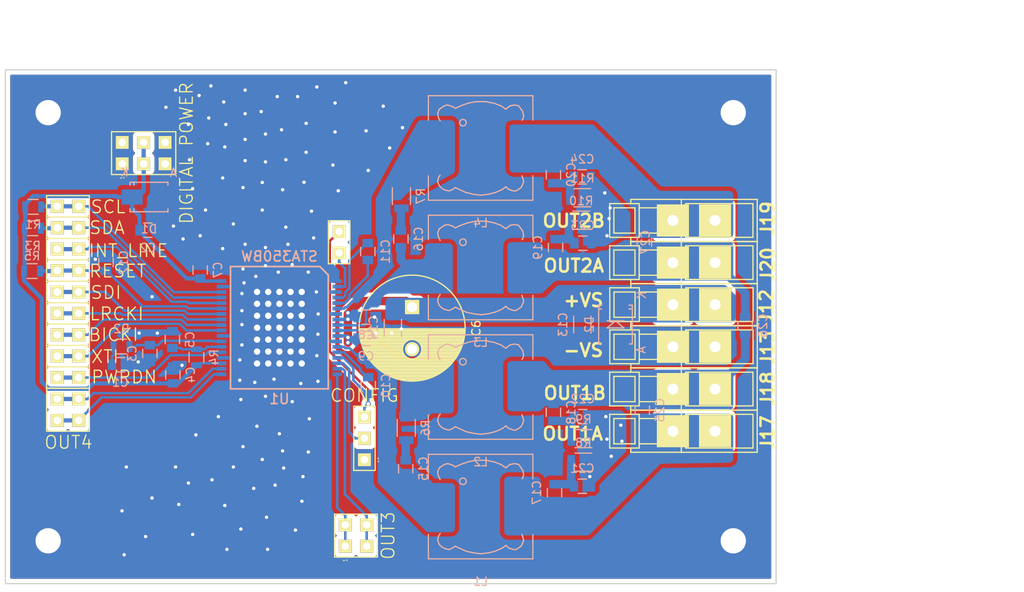
<source format=kicad_pcb>
(kicad_pcb (version 4) (host pcbnew 0.201509231831+6209~30~ubuntu15.04.1-product)
  (layers (0 F.Cu signal) (31 B.Cu signal) (34 B.Paste user) (35 F.Paste user) (36 B.SilkS user) (37 F.SilkS user) (38 B.Mask user) (39 F.Mask user) (44 Edge.Cuts user))
  (net 0 "")
  (net 1 "Net-(C1-Pad1)")
  (net 2 GND)
  (net 3 "Net-(C3-Pad1)")
  (net 4 +3V3)
  (net 5 "Net-(C5-Pad1)")
  (net 6 VCC)
  (net 7 "Net-(C10-Pad2)")
  (net 8 "Net-(C11-Pad1)")
  (net 9 "Net-(C11-Pad2)")
  (net 10 "Net-(C12-Pad1)")
  (net 11 "Net-(C15-Pad1)")
  (net 12 "Net-(C15-Pad2)")
  (net 13 "Net-(C16-Pad1)")
  (net 14 "Net-(C16-Pad2)")
  (net 15 "Net-(C17-Pad1)")
  (net 16 "Net-(C17-Pad2)")
  (net 17 "Net-(C18-Pad1)")
  (net 18 "Net-(C18-Pad2)")
  (net 19 "Net-(C19-Pad1)")
  (net 20 "Net-(C19-Pad2)")
  (net 21 "Net-(C20-Pad1)")
  (net 22 "Net-(C20-Pad2)")
  (net 23 "Net-(J1-Pad2)")
  (net 24 "Net-(J3-Pad1)")
  (net 25 "Net-(J4-Pad1)")
  (net 26 "Net-(J5-Pad1)")
  (net 27 "Net-(J6-Pad1)")
  (net 28 "Net-(J7-Pad1)")
  (net 29 "Net-(J8-Pad1)")
  (net 30 "Net-(J9-Pad1)")
  (net 31 "Net-(J10-Pad1)")
  (net 32 "Net-(J11-Pad2)")
  (net 33 "Net-(J15-Pad1)")
  (net 34 "Net-(J15-Pad3)")
  (net 35 "Net-(J16-Pad1)")
  (net 36 "Net-(J16-Pad3)")
  (net 37 "Net-(L2-Pad1)")
  (net 38 "Net-(L4-Pad1)")
  (net 39 VDD)
  (module Mlab_Pin_Headers:Straight_2x02 (layer F.Cu) (at 7.4295 -20.6375)
    (fp_text reference J16 hide)
    (fp_text value OUT4 (at 0.0635 3.8735) (layer F.SilkS) (effects (font (size 1.5 1.5))))
    (pad 1 thru_hole rect (at -1.27 -1.27) (size 1.524 1.524) (drill 0.889) (layers *.Cu *.Mask F.SilkS) (net 35 "Net-(J16-Pad1)"))
    (pad 2 thru_hole rect (at 1.27 -1.27) (size 1.524 1.524) (drill 0.889) (layers *.Cu *.Mask F.SilkS) (net 35 "Net-(J16-Pad1)"))
    (pad 3 thru_hole rect (at -1.27 1.27) (size 1.524 1.524) (drill 0.889) (layers *.Cu *.Mask F.SilkS) (net 36 "Net-(J16-Pad3)"))
    (pad 4 thru_hole rect (at 1.27 1.27) (size 1.524 1.524) (drill 0.889) (layers *.Cu *.Mask F.SilkS) (net 36 "Net-(J16-Pad3)"))
  )
  (module Mlab_Pin_Headers:Straight_2x02 (layer F.Cu) (at 41.6 -5.7 90)
    (fp_text reference J15 hide)
    (fp_text value OUT3 (at 0 3.81 90) (layer F.SilkS) (effects (font (size 1.5 1.5))))
    (fp_text user 1 (at -2.921 -1.27 90) (layer F.SilkS) (effects (font (size 0.5 0.5) (thickness 0.05))))
    (pad 1 thru_hole rect (at -1.27 -1.27 90) (size 1.524 1.524) (drill 0.889) (layers *.Cu *.Mask F.SilkS) (net 33 "Net-(J15-Pad1)"))
    (pad 2 thru_hole rect (at 1.27 -1.27 90) (size 1.524 1.524) (drill 0.889) (layers *.Cu *.Mask F.SilkS) (net 33 "Net-(J15-Pad1)"))
    (pad 3 thru_hole rect (at -1.27 1.27 90) (size 1.524 1.524) (drill 0.889) (layers *.Cu *.Mask F.SilkS) (net 34 "Net-(J15-Pad3)"))
    (pad 4 thru_hole rect (at 1.27 1.27 90) (size 1.524 1.524) (drill 0.889) (layers *.Cu *.Mask F.SilkS) (net 34 "Net-(J15-Pad3)"))
  )
  (module Mlab_Pin_Headers:Straight_1x02 (layer F.Cu) (at 7.4295 -37.1475 90)
    (fp_text reference J14 hide)
    (fp_text value RESET (at -0.0635 5.9055 180) (layer F.SilkS) (effects (font (size 1.5 1.5))))
    (pad 2 thru_hole rect (at 0 1.27 90) (size 1.524 1.524) (drill 0.889) (layers *.Cu *.Mask F.SilkS) (net 10 "Net-(C12-Pad1)"))
    (pad 1 thru_hole rect (at 0 -1.27 90) (size 1.524 1.524) (drill 0.889) (layers *.Cu *.Mask F.SilkS) (net 10 "Net-(C12-Pad1)"))
  )
  (module Mlab_Pin_Headers:Straight_1x02 (layer F.Cu) (at 39.6 -40.5)
    (fp_text reference J11 hide)
    (fp_text value SA hide)
    (pad 2 thru_hole rect (at 0 1.27) (size 1.524 1.524) (drill 0.889) (layers *.Cu *.Mask F.SilkS) (net 32 "Net-(J11-Pad2)"))
    (pad 1 thru_hole rect (at 0 -1.27) (size 1.524 1.524) (drill 0.889) (layers *.Cu *.Mask F.SilkS) (net 39 VDD))
  )
  (module Mlab_Pin_Headers:Straight_1x02 (layer F.Cu) (at 7.4295 -29.5275 90)
    (fp_text reference J10 hide)
    (fp_text value BICKI (at 0 5.3975 180) (layer F.SilkS) (effects (font (size 1.5 1.5))))
    (pad 2 thru_hole rect (at 0 1.27 90) (size 1.524 1.524) (drill 0.889) (layers *.Cu *.Mask F.SilkS) (net 31 "Net-(J10-Pad1)"))
    (pad 1 thru_hole rect (at 0 -1.27 90) (size 1.524 1.524) (drill 0.889) (layers *.Cu *.Mask F.SilkS) (net 31 "Net-(J10-Pad1)"))
  )
  (module Mlab_Pin_Headers:Straight_1x02 (layer F.Cu) (at 7.4295 -26.9875 90)
    (fp_text reference J9 hide)
    (fp_text value XTI (at -0.0635 4.3815 180) (layer F.SilkS) (effects (font (size 1.5 1.5))))
    (pad 2 thru_hole rect (at 0 1.27 90) (size 1.524 1.524) (drill 0.889) (layers *.Cu *.Mask F.SilkS) (net 30 "Net-(J9-Pad1)"))
    (pad 1 thru_hole rect (at 0 -1.27 90) (size 1.524 1.524) (drill 0.889) (layers *.Cu *.Mask F.SilkS) (net 30 "Net-(J9-Pad1)"))
  )
  (module Mlab_Pin_Headers:Straight_1x02 (layer F.Cu) (at 7.4295 -32.0675 90)
    (fp_text reference J8 hide)
    (fp_text value LRCKI (at -0.0635 5.7785 180) (layer F.SilkS) (effects (font (size 1.5 1.5))))
    (pad 2 thru_hole rect (at 0 1.27 90) (size 1.524 1.524) (drill 0.889) (layers *.Cu *.Mask F.SilkS) (net 29 "Net-(J8-Pad1)"))
    (pad 1 thru_hole rect (at 0 -1.27 90) (size 1.524 1.524) (drill 0.889) (layers *.Cu *.Mask F.SilkS) (net 29 "Net-(J8-Pad1)"))
  )
  (module Mlab_Pin_Headers:Straight_1x02 (layer F.Cu) (at 7.4295 -34.6075 90)
    (fp_text reference J7 hide)
    (fp_text value SDI (at -0.0635 4.5085 180) (layer F.SilkS) (effects (font (size 1.5 1.5))))
    (pad 2 thru_hole rect (at 0 1.27 90) (size 1.524 1.524) (drill 0.889) (layers *.Cu *.Mask F.SilkS) (net 28 "Net-(J7-Pad1)"))
    (pad 1 thru_hole rect (at 0 -1.27 90) (size 1.524 1.524) (drill 0.889) (layers *.Cu *.Mask F.SilkS) (net 28 "Net-(J7-Pad1)"))
  )
  (module Mlab_Pin_Headers:Straight_1x02 (layer F.Cu) (at 7.4295 -44.7675 90)
    (fp_text reference J6 hide)
    (fp_text value SCL (at -0.0635 4.7625 180) (layer F.SilkS) (effects (font (size 1.5 1.5))))
    (pad 2 thru_hole rect (at 0 1.27 90) (size 1.524 1.524) (drill 0.889) (layers *.Cu *.Mask F.SilkS) (net 27 "Net-(J6-Pad1)"))
    (pad 1 thru_hole rect (at 0 -1.27 90) (size 1.524 1.524) (drill 0.889) (layers *.Cu *.Mask F.SilkS) (net 27 "Net-(J6-Pad1)"))
  )
  (module Mlab_Pin_Headers:Straight_1x02 (layer F.Cu) (at 7.4295 -42.2275 90)
    (fp_text reference J5 hide)
    (fp_text value SDA (at 0 4.6355 180) (layer F.SilkS) (effects (font (size 1.5 1.5))))
    (pad 2 thru_hole rect (at 0 1.27 90) (size 1.524 1.524) (drill 0.889) (layers *.Cu *.Mask F.SilkS) (net 26 "Net-(J5-Pad1)"))
    (pad 1 thru_hole rect (at 0 -1.27 90) (size 1.524 1.524) (drill 0.889) (layers *.Cu *.Mask F.SilkS) (net 26 "Net-(J5-Pad1)"))
  )
  (module Mlab_Pin_Headers:Straight_1x02 (layer F.Cu) (at 7.4295 -39.6875 90)
    (fp_text reference J4 hide)
    (fp_text value INT_LINE (at -0.1905 7.1755 180) (layer F.SilkS) (effects (font (size 1.5 1.5))))
    (pad 2 thru_hole rect (at 0 1.27 90) (size 1.524 1.524) (drill 0.889) (layers *.Cu *.Mask F.SilkS) (net 25 "Net-(J4-Pad1)"))
    (pad 1 thru_hole rect (at 0 -1.27 90) (size 1.524 1.524) (drill 0.889) (layers *.Cu *.Mask F.SilkS) (net 25 "Net-(J4-Pad1)"))
  )
  (module Mlab_Pin_Headers:Straight_1x02 (layer F.Cu) (at 7.4295 -24.4475 90)
    (fp_text reference J3 hide)
    (fp_text value PWRDN (at 0.0635 6.6675 180) (layer F.SilkS) (effects (font (size 1.5 1.5))))
    (pad 2 thru_hole rect (at 0 1.27 90) (size 1.524 1.524) (drill 0.889) (layers *.Cu *.Mask F.SilkS) (net 24 "Net-(J3-Pad1)"))
    (pad 1 thru_hole rect (at 0 -1.27 90) (size 1.524 1.524) (drill 0.889) (layers *.Cu *.Mask F.SilkS) (net 24 "Net-(J3-Pad1)"))
  )
  (module Mlab_Pin_Headers:Straight_2x03 (layer F.Cu) (at 16.407 -51.077 90)
    (fp_text reference J2 hide)
    (fp_text value "DIGITAL POWER" (at 0 5.08 90) (layer F.SilkS) (effects (font (size 1.5 1.5))))
    (fp_text user 1 (at -2.921 -2.54 90) (layer F.SilkS) (effects (font (size 0.5 0.5) (thickness 0.05))))
    (pad 1 thru_hole rect (at -1.27 -2.54 90) (size 1.524 1.524) (drill 0.889) (layers *.Cu *.Mask F.SilkS) (net 2 GND))
    (pad 2 thru_hole rect (at 1.27 -2.54 90) (size 1.524 1.524) (drill 0.889) (layers *.Cu *.Mask F.SilkS) (net 2 GND))
    (pad 3 thru_hole rect (at -1.27 0 90) (size 1.524 1.524) (drill 0.889) (layers *.Cu *.Mask F.SilkS) (net 4 +3V3))
    (pad 4 thru_hole rect (at 1.27 0 90) (size 1.524 1.524) (drill 0.889) (layers *.Cu *.Mask F.SilkS) (net 4 +3V3))
    (pad 5 thru_hole rect (at -1.27 2.54 90) (size 1.524 1.524) (drill 0.889) (layers *.Cu *.Mask F.SilkS) (net 2 GND))
    (pad 6 thru_hole rect (at 1.27 2.54 90) (size 1.524 1.524) (drill 0.889) (layers *.Cu *.Mask F.SilkS) (net 2 GND))
  )
  (module Mlab_Pin_Headers:Straight_1x03 (layer F.Cu) (at 42.6 -17.24 180)
    (fp_text reference J1 hide)
    (fp_text value CONFIG (at 0 5.08 180) (layer F.SilkS) (effects (font (size 1.5 1.5))))
    (fp_text user 1 (at -1.651 -2.54 180) (layer F.SilkS) (effects (font (size 0.5 0.5) (thickness 0.05))))
    (pad 3 thru_hole rect (at 0 2.54 180) (size 1.524 1.524) (drill 0.889) (layers *.Cu *.Mask F.SilkS) (net 39 VDD))
    (pad 2 thru_hole rect (at 0 0 180) (size 1.524 1.524) (drill 0.889) (layers *.Cu *.Mask F.SilkS) (net 23 "Net-(J1-Pad2)"))
    (pad 1 thru_hole rect (at 0 -2.54 180) (size 1.524 1.524) (drill 0.889) (layers *.Cu *.Mask F.SilkS) (net 2 GND))
  )
  (module Terminal_Blocks:TerminalBlock_WAGO_256_RM5mm_1pol (layer F.Cu) (at 81.738 -38.088 180)
    (fp_text reference J20 (at -8.686 -0.242 270) (layer F.SilkS) (effects (font (thickness 0.3048))))
    (fp_text value OUT2A (at 14.301 -0.369 180) (layer F.SilkS) (effects (font (thickness 0.3048))))
    (pad 1 thru_hole rect (at -2.46 0 270) (size 3.81 3.81) (drill 1.3) (layers *.Cu *.Mask F.SilkS) (net 20 "Net-(C19-Pad2)"))
    (pad 1 thru_hole rect (at 2.54 0 270) (size 3.81 3.81) (drill 1.3) (layers *.Cu *.Mask F.SilkS) (net 20 "Net-(C19-Pad2)"))
  )
  (module Terminal_Blocks:TerminalBlock_WAGO_256_RM5mm_1pol (layer F.Cu) (at 81.738 -43.088 180)
    (fp_text reference J19 (at -8.686 0.219 270) (layer F.SilkS) (effects (font (thickness 0.3048))))
    (fp_text value OUT2B (at 14.301 -0.035 180) (layer F.SilkS) (effects (font (thickness 0.3048))))
    (pad 1 thru_hole rect (at -2.46 0 270) (size 3.81 3.81) (drill 1.3) (layers *.Cu *.Mask F.SilkS) (net 22 "Net-(C20-Pad2)"))
    (pad 1 thru_hole rect (at 2.54 0 270) (size 3.81 3.81) (drill 1.3) (layers *.Cu *.Mask F.SilkS) (net 22 "Net-(C20-Pad2)"))
  )
  (module Terminal_Blocks:TerminalBlock_WAGO_256_RM5mm_1pol (layer F.Cu) (at 81.738 -23.088 180)
    (fp_text reference J18 (at -8.686 0.026 270) (layer F.SilkS) (effects (font (thickness 0.3048))))
    (fp_text value OUT1B (at 14.174 -0.482 180) (layer F.SilkS) (effects (font (thickness 0.3048))))
    (pad 1 thru_hole rect (at -2.46 0 270) (size 3.81 3.81) (drill 1.3) (layers *.Cu *.Mask F.SilkS) (net 18 "Net-(C18-Pad2)"))
    (pad 1 thru_hole rect (at 2.54 0 270) (size 3.81 3.81) (drill 1.3) (layers *.Cu *.Mask F.SilkS) (net 18 "Net-(C18-Pad2)"))
  )
  (module Terminal_Blocks:TerminalBlock_WAGO_256_RM5mm_1pol (layer F.Cu) (at 81.738 -18.088 180)
    (fp_text reference J17 (at -8.686 -0.181 270) (layer F.SilkS) (effects (font (thickness 0.3048))))
    (fp_text value OUT1A (at 14.428 -0.308 180) (layer F.SilkS) (effects (font (thickness 0.3048))))
    (pad 1 thru_hole rect (at -2.46 0 270) (size 3.81 3.81) (drill 1.3) (layers *.Cu *.Mask F.SilkS) (net 16 "Net-(C17-Pad2)"))
    (pad 1 thru_hole rect (at 2.54 0 270) (size 3.81 3.81) (drill 1.3) (layers *.Cu *.Mask F.SilkS) (net 16 "Net-(C17-Pad2)"))
  )
  (module Terminal_Blocks:TerminalBlock_WAGO_256_RM5mm_1pol (layer F.Cu) (at 81.75 -28.1 180)
    (fp_text reference J13 (at -8.674 -0.162 270) (layer F.SilkS) (effects (font (thickness 0.3048))))
    (fp_text value -VS (at 13.17 -0.414 180) (layer F.SilkS) (effects (font (thickness 0.3048))))
    (pad 1 thru_hole rect (at -2.46 0 270) (size 3.81 3.81) (drill 1.3) (layers *.Cu *.Mask F.SilkS) (net 2 GND))
    (pad 1 thru_hole rect (at 2.54 0 270) (size 3.81 3.81) (drill 1.3) (layers *.Cu *.Mask F.SilkS) (net 2 GND))
  )
  (module Terminal_Blocks:TerminalBlock_WAGO_256_RM5mm_1pol (layer F.Cu) (at 81.75 -33.1 180)
    (fp_text reference J12 (at -8.547 -0.207 270) (layer F.SilkS) (effects (font (thickness 0.3048))))
    (fp_text value +VS (at 13.158 0.52 180) (layer F.SilkS) (effects (font (thickness 0.3048))))
    (pad 1 thru_hole rect (at -2.46 0 270) (size 3.81 3.81) (drill 1.3) (layers *.Cu *.Mask F.SilkS) (net 6 VCC))
    (pad 1 thru_hole rect (at 2.54 0 270) (size 3.81 3.81) (drill 1.3) (layers *.Cu *.Mask F.SilkS) (net 6 VCC))
  )
  (module Power_Packages_SMD:PowerSSO-36 (layer B.Cu) (at 32.512 -30.3658 180)
    (fp_text reference U1 (at 0 -8.455 180) (layer B.SilkS) (effects (font (size 1.2 1.2) (thickness 0.2)) (justify mirror)))
    (fp_text value STA350BW (at 0 8.455 180) (layer B.SilkS) (effects (font (size 1.2 1.2) (thickness 0.2)) (justify mirror)))
    (pad 1 smd rect (at -6.8625 5.525 180) (size 1.125 0.46) (layers B.Cu B.Paste B.Mask) (net 2 GND))
    (pad 2 smd rect (at -6.8625 4.875 180) (size 1.125 0.46) (layers B.Cu B.Paste B.Mask) (net 32 "Net-(J11-Pad2)"))
    (pad 3 smd rect (at -6.8625 4.225 180) (size 1.125 0.46) (layers B.Cu B.Paste B.Mask) (net 2 GND))
    (pad 4 smd rect (at -6.8625 3.575 180) (size 1.125 0.46) (layers B.Cu B.Paste B.Mask) (net 9 "Net-(C11-Pad2)"))
    (pad 5 smd rect (at -6.8625 2.925 180) (size 1.125 0.46) (layers B.Cu B.Paste B.Mask) (net 8 "Net-(C11-Pad1)"))
    (pad 6 smd rect (at -6.8625 2.275 180) (size 1.125 0.46) (layers B.Cu B.Paste B.Mask) (net 38 "Net-(L4-Pad1)"))
    (pad 7 smd rect (at -6.8625 1.625 180) (size 1.125 0.46) (layers B.Cu B.Paste B.Mask) (net 2 GND))
    (pad 8 smd rect (at -6.8625 0.975 180) (size 1.125 0.46) (layers B.Cu B.Paste B.Mask) (net 6 VCC))
    (pad 9 smd rect (at -6.8625 0.325 180) (size 1.125 0.46) (layers B.Cu B.Paste B.Mask) (net 13 "Net-(C16-Pad1)"))
    (pad 10 smd rect (at -6.8625 -0.325 180) (size 1.125 0.46) (layers B.Cu B.Paste B.Mask) (net 37 "Net-(L2-Pad1)"))
    (pad 11 smd rect (at -6.8625 -0.975 180) (size 1.125 0.46) (layers B.Cu B.Paste B.Mask) (net 6 VCC))
    (pad 12 smd rect (at -6.8625 -1.625 180) (size 1.125 0.46) (layers B.Cu B.Paste B.Mask) (net 2 GND))
    (pad 13 smd rect (at -6.8625 -2.275 180) (size 1.125 0.46) (layers B.Cu B.Paste B.Mask) (net 11 "Net-(C15-Pad1)"))
    (pad 14 smd rect (at -6.8625 -2.925 180) (size 1.125 0.46) (layers B.Cu B.Paste B.Mask) (net 7 "Net-(C10-Pad2)"))
    (pad 15 smd rect (at -6.8625 -3.575 180) (size 1.125 0.46) (layers B.Cu B.Paste B.Mask) (net 39 VDD))
    (pad 16 smd rect (at -6.8625 -4.225 180) (size 1.125 0.46) (layers B.Cu B.Paste B.Mask) (net 23 "Net-(J1-Pad2)"))
    (pad 17 smd rect (at -6.8625 -4.875 180) (size 1.125 0.46) (layers B.Cu B.Paste B.Mask) (net 34 "Net-(J15-Pad3)"))
    (pad 18 smd rect (at -6.8625 -5.525 180) (size 1.125 0.46) (layers B.Cu B.Paste B.Mask) (net 33 "Net-(J15-Pad1)"))
    (pad 36 smd rect (at 6.8625 5.525 180) (size 1.125 0.46) (layers B.Cu B.Paste B.Mask) (net 4 +3V3))
    (pad 35 smd rect (at 6.8625 4.875 180) (size 1.125 0.46) (layers B.Cu B.Paste B.Mask) (net 2 GND))
    (pad 34 smd rect (at 6.8625 4.225 180) (size 1.125 0.46) (layers B.Cu B.Paste B.Mask) (net 27 "Net-(J6-Pad1)"))
    (pad 33 smd rect (at 6.8625 3.575 180) (size 1.125 0.46) (layers B.Cu B.Paste B.Mask) (net 26 "Net-(J5-Pad1)"))
    (pad 32 smd rect (at 6.8625 2.925 180) (size 1.125 0.46) (layers B.Cu B.Paste B.Mask) (net 25 "Net-(J4-Pad1)"))
    (pad 31 smd rect (at 6.8625 2.275 180) (size 1.125 0.46) (layers B.Cu B.Paste B.Mask) (net 10 "Net-(C12-Pad1)"))
    (pad 30 smd rect (at 6.8625 1.625 180) (size 1.125 0.46) (layers B.Cu B.Paste B.Mask) (net 28 "Net-(J7-Pad1)"))
    (pad 29 smd rect (at 6.8625 0.975 180) (size 1.125 0.46) (layers B.Cu B.Paste B.Mask) (net 29 "Net-(J8-Pad1)"))
    (pad 28 smd rect (at 6.8625 0.325 180) (size 1.125 0.46) (layers B.Cu B.Paste B.Mask) (net 31 "Net-(J10-Pad1)"))
    (pad 27 smd rect (at 6.8625 -0.325 180) (size 1.125 0.46) (layers B.Cu B.Paste B.Mask) (net 30 "Net-(J9-Pad1)"))
    (pad 26 smd rect (at 6.8625 -0.975 180) (size 1.125 0.46) (layers B.Cu B.Paste B.Mask) (net 2 GND))
    (pad 25 smd rect (at 6.8625 -1.625 180) (size 1.125 0.46) (layers B.Cu B.Paste B.Mask) (net 3 "Net-(C3-Pad1)"))
    (pad 24 smd rect (at 6.8625 -2.275 180) (size 1.125 0.46) (layers B.Cu B.Paste B.Mask) (net 5 "Net-(C5-Pad1)"))
    (pad 23 smd rect (at 6.8625 -2.925 180) (size 1.125 0.46) (layers B.Cu B.Paste B.Mask) (net 24 "Net-(J3-Pad1)"))
    (pad 22 smd rect (at 6.8625 -3.575 180) (size 1.125 0.46) (layers B.Cu B.Paste B.Mask) (net 2 GND))
    (pad 21 smd rect (at 6.8625 -4.225 180) (size 1.125 0.46) (layers B.Cu B.Paste B.Mask) (net 4 +3V3))
    (pad 20 smd rect (at 6.8625 -4.875 180) (size 1.125 0.46) (layers B.Cu B.Paste B.Mask) (net 35 "Net-(J16-Pad1)"))
    (pad 19 smd rect (at 6.8625 -5.525 180) (size 1.125 0.46) (layers B.Cu B.Paste B.Mask) (net 36 "Net-(J16-Pad3)"))
    (pad 37 smd rect (at 0 0 180) (size 6.3 9.5) (layers B.Cu B.Paste B.Mask) (net 2 GND))
    (pad 37 thru_hole rect (at -2.65 4.25 180) (size 1 1) (drill 0.75) (layers *.Cu) (net 2 GND))
    (pad 37 thru_hole rect (at 2.65 4.25 180) (size 1 1) (drill 0.75) (layers *.Cu) (net 2 GND))
    (pad 37 thru_hole rect (at -1.325 4.25 180) (size 1 1) (drill 0.75) (layers *.Cu) (net 2 GND))
    (pad 37 thru_hole rect (at 0 4.25 180) (size 1 1) (drill 0.75) (layers *.Cu) (net 2 GND))
    (pad 37 thru_hole rect (at 1.325 4.25 180) (size 1 1) (drill 0.75) (layers *.Cu) (net 2 GND))
    (pad 37 thru_hole rect (at 1.325 2.833334 180) (size 1 1) (drill 0.75) (layers *.Cu) (net 2 GND))
    (pad 37 thru_hole rect (at 2.65 2.833334 180) (size 1 1) (drill 0.75) (layers *.Cu) (net 2 GND))
    (pad 37 thru_hole rect (at -2.65 2.833334 180) (size 1 1) (drill 0.75) (layers *.Cu) (net 2 GND))
    (pad 37 thru_hole rect (at 0 2.833334 180) (size 1 1) (drill 0.75) (layers *.Cu) (net 2 GND))
    (pad 37 thru_hole rect (at -1.325 2.833334 180) (size 1 1) (drill 0.75) (layers *.Cu) (net 2 GND))
    (pad 37 thru_hole rect (at 0 1.416668 180) (size 1 1) (drill 0.75) (layers *.Cu) (net 2 GND))
    (pad 37 thru_hole rect (at 2.65 1.416668 180) (size 1 1) (drill 0.75) (layers *.Cu) (net 2 GND))
    (pad 37 thru_hole rect (at 1.325 1.416668 180) (size 1 1) (drill 0.75) (layers *.Cu) (net 2 GND))
    (pad 37 thru_hole rect (at 1.325 0.000002 180) (size 1 1) (drill 0.75) (layers *.Cu) (net 2 GND))
    (pad 37 thru_hole rect (at 2.65 0.000002 180) (size 1 1) (drill 0.75) (layers *.Cu) (net 2 GND))
    (pad 37 thru_hole rect (at 0 0.000002 180) (size 1 1) (drill 0.75) (layers *.Cu) (net 2 GND))
    (pad 37 thru_hole rect (at -1.325 0.000002 180) (size 1 1) (drill 0.75) (layers *.Cu) (net 2 GND))
    (pad 37 thru_hole rect (at -1.325 1.416668 180) (size 1 1) (drill 0.75) (layers *.Cu) (net 2 GND))
    (pad 37 thru_hole rect (at -2.65 1.416668 180) (size 1 1) (drill 0.75) (layers *.Cu) (net 2 GND))
    (pad 37 thru_hole rect (at -2.65 0.000002 180) (size 1 1) (drill 0.75) (layers *.Cu) (net 2 GND))
    (pad 37 thru_hole rect (at 2.65 -4.249996 180) (size 1 1) (drill 0.75) (layers *.Cu) (net 2 GND))
    (pad 37 thru_hole rect (at 2.65 -1.416664 180) (size 1 1) (drill 0.75) (layers *.Cu) (net 2 GND))
    (pad 37 thru_hole rect (at 1.325 -2.83333 180) (size 1 1) (drill 0.75) (layers *.Cu) (net 2 GND))
    (pad 37 thru_hole rect (at 2.65 -2.83333 180) (size 1 1) (drill 0.75) (layers *.Cu) (net 2 GND))
    (pad 37 thru_hole rect (at 1.325 -1.416664 180) (size 1 1) (drill 0.75) (layers *.Cu) (net 2 GND))
    (pad 37 thru_hole rect (at 1.325 -4.249996 180) (size 1 1) (drill 0.75) (layers *.Cu) (net 2 GND))
    (pad 37 thru_hole rect (at -2.65 -2.83333 180) (size 1 1) (drill 0.75) (layers *.Cu) (net 2 GND))
    (pad 37 thru_hole rect (at -1.325 -1.416664 180) (size 1 1) (drill 0.75) (layers *.Cu) (net 2 GND))
    (pad 37 thru_hole rect (at 0 -2.83333 180) (size 1 1) (drill 0.75) (layers *.Cu) (net 2 GND))
    (pad 37 thru_hole rect (at 0 -1.416664 180) (size 1 1) (drill 0.75) (layers *.Cu) (net 2 GND))
    (pad 37 thru_hole rect (at -1.325 -2.83333 180) (size 1 1) (drill 0.75) (layers *.Cu) (net 2 GND))
    (pad 37 thru_hole rect (at -2.65 -1.416664 180) (size 1 1) (drill 0.75) (layers *.Cu) (net 2 GND))
    (pad 37 thru_hole rect (at -2.65 -4.249996 180) (size 1 1) (drill 0.75) (layers *.Cu) (net 2 GND))
    (pad 37 thru_hole rect (at -1.325 -4.249996 180) (size 1 1) (drill 0.75) (layers *.Cu) (net 2 GND))
    (pad 37 thru_hole rect (at 0 -4.249996 180) (size 1 1) (drill 0.75) (layers *.Cu) (net 2 GND))
  )
  (module Resistors_SMD:R_1206 (layer B.Cu) (at 68.453 -45.7835 180)
    (fp_text reference R11 (at 0 2.3 180) (layer B.SilkS) (effects (justify mirror)))
    (fp_text value 4R7)
    (pad 1 smd rect (at -1.45 0 180) (size 0.9 1.7) (layers B.Cu B.Paste B.Mask) (net 2 GND))
    (pad 2 smd rect (at 1.45 0 180) (size 0.9 1.7) (layers B.Cu B.Paste B.Mask) (net 21 "Net-(C20-Pad1)"))
  )
  (module Resistors_SMD:R_1206 (layer B.Cu) (at 68.3155 -43.1165 180)
    (fp_text reference R10 (at 0 2.3 180) (layer B.SilkS) (effects (justify mirror)))
    (fp_text value 4R7)
    (pad 1 smd rect (at -1.45 0 180) (size 0.9 1.7) (layers B.Cu B.Paste B.Mask) (net 2 GND))
    (pad 2 smd rect (at 1.45 0 180) (size 0.9 1.7) (layers B.Cu B.Paste B.Mask) (net 19 "Net-(C19-Pad1)"))
  )
  (module Resistors_SMD:R_1206 (layer B.Cu) (at 68.58 -17.2085 180)
    (fp_text reference R9 (at 0 2.3 180) (layer B.SilkS) (effects (justify mirror)))
    (fp_text value 4R7)
    (pad 1 smd rect (at -1.45 0 180) (size 0.9 1.7) (layers B.Cu B.Paste B.Mask) (net 2 GND))
    (pad 2 smd rect (at 1.45 0 180) (size 0.9 1.7) (layers B.Cu B.Paste B.Mask) (net 17 "Net-(C18-Pad1)"))
  )
  (module Resistors_SMD:R_1206 (layer B.Cu) (at 68.58 -14.4145 180)
    (fp_text reference R8 (at 0 2.3 180) (layer B.SilkS) (effects (justify mirror)))
    (fp_text value 4R7)
    (pad 1 smd rect (at -1.45 0 180) (size 0.9 1.7) (layers B.Cu B.Paste B.Mask) (net 2 GND))
    (pad 2 smd rect (at 1.45 0 180) (size 0.9 1.7) (layers B.Cu B.Paste B.Mask) (net 15 "Net-(C17-Pad1)"))
  )
  (module Resistors_SMD:R_1206 (layer B.Cu) (at 46.99 -45.974 90)
    (fp_text reference R7 (at 0 2.3 90) (layer B.SilkS) (effects (justify mirror)))
    (fp_text value 20)
    (pad 1 smd rect (at -1.45 0 90) (size 0.9 1.7) (layers B.Cu B.Paste B.Mask) (net 14 "Net-(C16-Pad2)"))
    (pad 2 smd rect (at 1.45 0 90) (size 0.9 1.7) (layers B.Cu B.Paste B.Mask) (net 38 "Net-(L4-Pad1)"))
  )
  (module Resistors_SMD:R_1206 (layer B.Cu) (at 47.5615 -18.4785 90)
    (fp_text reference R6 (at 0 2.3 90) (layer B.SilkS) (effects (justify mirror)))
    (fp_text value 20)
    (pad 1 smd rect (at -1.45 0 90) (size 0.9 1.7) (layers B.Cu B.Paste B.Mask) (net 12 "Net-(C15-Pad2)"))
    (pad 2 smd rect (at 1.45 0 90) (size 0.9 1.7) (layers B.Cu B.Paste B.Mask) (net 37 "Net-(L2-Pad1)"))
  )
  (module Resistors_SMD:R_0805 (layer B.Cu) (at 3.175 -37.084)
    (fp_text reference R5 (at 0 -1.778) (layer B.SilkS) (effects (justify mirror)))
    (fp_text value 10k)
    (pad 1 smd rect (at -0.95 0) (size 0.7 1.3) (layers B.Cu B.Paste B.Mask) (net 4 +3V3))
    (pad 2 smd rect (at 0.95 0) (size 0.7 1.3) (layers B.Cu B.Paste B.Mask) (net 10 "Net-(C12-Pad1)"))
  )
  (module Resistors_SMD:R_0805 (layer B.Cu) (at 22.6695 -26.858 90)
    (fp_text reference R4 (at 0 2.1 90) (layer B.SilkS) (effects (justify mirror)))
    (fp_text value 2R2)
    (pad 1 smd rect (at -0.95 0 90) (size 0.7 1.3) (layers B.Cu B.Paste B.Mask) (net 4 +3V3))
    (pad 2 smd rect (at 0.95 0 90) (size 0.7 1.3) (layers B.Cu B.Paste B.Mask) (net 5 "Net-(C5-Pad1)"))
  )
  (module Resistors_SMD:R_0805 (layer B.Cu) (at 3.241 -42.164)
    (fp_text reference R3 (at 0 2.1) (layer B.SilkS) (effects (justify mirror)))
    (fp_text value 10k)
    (pad 1 smd rect (at -0.95 0) (size 0.7 1.3) (layers B.Cu B.Paste B.Mask) (net 4 +3V3))
    (pad 2 smd rect (at 0.95 0) (size 0.7 1.3) (layers B.Cu B.Paste B.Mask) (net 26 "Net-(J5-Pad1)"))
  )
  (module Resistors_SMD:R_0805 (layer B.Cu) (at 13.782 -28.1305 180)
    (fp_text reference R2 (at 0 2.1 180) (layer B.SilkS) (effects (justify mirror)))
    (fp_text value 2k2)
    (pad 1 smd rect (at -0.95 0 180) (size 0.7 1.3) (layers B.Cu B.Paste B.Mask) (net 3 "Net-(C3-Pad1)"))
    (pad 2 smd rect (at 0.95 0 180) (size 0.7 1.3) (layers B.Cu B.Paste B.Mask) (net 1 "Net-(C1-Pad1)"))
  )
  (module Resistors_SMD:R_0805 (layer B.Cu) (at 3.302 -44.704)
    (fp_text reference R1 (at 0 2.1) (layer B.SilkS) (effects (justify mirror)))
    (fp_text value 10k)
    (pad 1 smd rect (at -0.95 0) (size 0.7 1.3) (layers B.Cu B.Paste B.Mask) (net 4 +3V3))
    (pad 2 smd rect (at 0.95 0) (size 0.7 1.3) (layers B.Cu B.Paste B.Mask) (net 27 "Net-(J6-Pad1)"))
  )
  (module Mlab_Mechanical:MountingHole_3mm (layer F.Cu) (at 86.36 -55.88)
    (fp_text reference M4 hide)
    (fp_text value HOLE hide)
    (pad 1 thru_hole circle (at 0 0) (size 6 6) (drill 3) (layers *.Cu *.Adhes *.Mask) (net 2 GND) (clearance 1))
  )
  (module Mlab_Mechanical:MountingHole_3mm (layer F.Cu) (at 86.36 -5.08)
    (fp_text reference M3 hide)
    (fp_text value HOLE hide)
    (pad 1 thru_hole circle (at 0 0) (size 6 6) (drill 3) (layers *.Cu *.Adhes *.Mask) (net 2 GND) (clearance 1))
  )
  (module Mlab_Mechanical:MountingHole_3mm (layer F.Cu) (at 5.08 -5.08)
    (fp_text reference M2 hide)
    (fp_text value HOLE hide)
    (pad 1 thru_hole circle (at 0 0) (size 6 6) (drill 3) (layers *.Cu *.Adhes *.Mask) (net 2 GND) (clearance 1))
  )
  (module Mlab_Mechanical:MountingHole_3mm (layer F.Cu) (at 5.08 -55.88)
    (fp_text reference M1 hide)
    (fp_text value HOLE hide)
    (pad 1 thru_hole circle (at 0 0) (size 6 6) (drill 3) (layers *.Cu *.Adhes *.Mask) (net 2 GND) (clearance 1))
  )
  (module Choke_SMD:Choke_SMD_12x12mm_h6mm (layer B.Cu) (at 56.388 -51.689)
    (fp_text reference L4 (at 0 8.89) (layer B.SilkS) (effects (justify mirror)))
    (fp_text value 15uH)
    (pad 1 smd rect (at -4.95046 0) (size 2.90068 5.40004) (layers B.Cu B.Paste B.Mask) (net 38 "Net-(L4-Pad1)"))
    (pad 2 smd rect (at 4.95046 0) (size 2.90068 5.40004) (layers B.Cu B.Paste B.Mask) (net 22 "Net-(C20-Pad2)"))
  )
  (module Choke_SMD:Choke_SMD_12x12mm_h6mm (layer B.Cu) (at 56.388 -37.5073)
    (fp_text reference L3 (at 0 8.89) (layer B.SilkS) (effects (justify mirror)))
    (fp_text value 15uH)
    (pad 1 smd rect (at -4.95046 0) (size 2.90068 5.40004) (layers B.Cu B.Paste B.Mask) (net 13 "Net-(C16-Pad1)"))
    (pad 2 smd rect (at 4.95046 0) (size 2.90068 5.40004) (layers B.Cu B.Paste B.Mask) (net 20 "Net-(C19-Pad2)"))
  )
  (module Choke_SMD:Choke_SMD_12x12mm_h6mm (layer B.Cu) (at 56.388 -23.3257)
    (fp_text reference L2 (at 0 8.89) (layer B.SilkS) (effects (justify mirror)))
    (fp_text value 15uH)
    (pad 1 smd rect (at -4.95046 0) (size 2.90068 5.40004) (layers B.Cu B.Paste B.Mask) (net 37 "Net-(L2-Pad1)"))
    (pad 2 smd rect (at 4.95046 0) (size 2.90068 5.40004) (layers B.Cu B.Paste B.Mask) (net 18 "Net-(C18-Pad2)"))
  )
  (module Choke_SMD:Choke_SMD_12x12mm_h6mm (layer B.Cu) (at 56.388 -9.144)
    (fp_text reference L1 (at 0 8.89) (layer B.SilkS) (effects (justify mirror)))
    (fp_text value 15uH)
    (pad 1 smd rect (at -4.95046 0) (size 2.90068 5.40004) (layers B.Cu B.Paste B.Mask) (net 11 "Net-(C15-Pad1)"))
    (pad 2 smd rect (at 4.95046 0) (size 2.90068 5.40004) (layers B.Cu B.Paste B.Mask) (net 16 "Net-(C17-Pad2)"))
  )
  (module Diodes_SMD:SMA_Standard (layer B.Cu) (at 17.042 -45.87)
    (fp_text reference D1 (at 0 3.81) (layer B.SilkS) (effects (justify mirror)))
    (fp_text value M4)
    (fp_text user K (at -2.9 -2.95) (layer B.SilkS) (effects (justify mirror)))
    (fp_text user A (at 2.9 -2.9) (layer B.SilkS) (effects (justify mirror)))
    (pad 1 smd rect (at -1.99898 0) (size 2.49936 1.80086) (layers B.Cu B.Paste B.Mask) (net 4 +3V3))
    (pad 2 smd rect (at 1.99898 0) (size 2.49936 1.80086) (layers B.Cu B.Paste B.Mask) (net 2 GND))
  )
  (module Capacitors_SMD:C_0805 (layer B.Cu) (at 75.819 -40.513 90)
    (fp_text reference C27 (at 0 0.127 90) (layer B.SilkS) (effects (justify mirror)))
    (fp_text value 680nF)
    (pad 1 smd rect (at -1 0 90) (size 1 1.25) (layers B.Cu B.Paste B.Mask) (net 20 "Net-(C19-Pad2)"))
    (pad 2 smd rect (at 1 0 90) (size 1 1.25) (layers B.Cu B.Paste B.Mask) (net 22 "Net-(C20-Pad2)"))
  )
  (module Capacitors_SMD:C_0805 (layer B.Cu) (at 87.769 -30.6 90)
    (fp_text reference C26 (at 0 2.1 90) (layer B.SilkS) (effects (justify mirror)))
    (fp_text value 1uF)
    (pad 1 smd rect (at -1 0 90) (size 1 1.25) (layers B.Cu B.Paste B.Mask) (net 18 "Net-(C18-Pad2)"))
    (pad 2 smd rect (at 1 0 90) (size 1 1.25) (layers B.Cu B.Paste B.Mask) (net 20 "Net-(C19-Pad2)"))
  )
  (module Capacitors_SMD:C_0805 (layer B.Cu) (at 75.565 -20.574 90)
    (fp_text reference C25 (at 0 2.1 90) (layer B.SilkS) (effects (justify mirror)))
    (fp_text value 680nF)
    (pad 1 smd rect (at -1 0 90) (size 1 1.25) (layers B.Cu B.Paste B.Mask) (net 16 "Net-(C17-Pad2)"))
    (pad 2 smd rect (at 1 0 90) (size 1 1.25) (layers B.Cu B.Paste B.Mask) (net 18 "Net-(C18-Pad2)"))
  )
  (module Capacitors_SMD:C_0805 (layer B.Cu) (at 68.437 -48.26 180)
    (fp_text reference C24 (at 0 2.1 180) (layer B.SilkS) (effects (justify mirror)))
    (fp_text value 100nF)
    (pad 1 smd rect (at -1 0 180) (size 1 1.25) (layers B.Cu B.Paste B.Mask) (net 2 GND))
    (pad 2 smd rect (at 1 0 180) (size 1 1.25) (layers B.Cu B.Paste B.Mask) (net 21 "Net-(C20-Pad1)"))
  )
  (module Capacitors_SMD:C_0805 (layer B.Cu) (at 68.5165 -40.386 180)
    (fp_text reference C23 (at 0 2.1 180) (layer B.SilkS) (effects (justify mirror)))
    (fp_text value 100nF)
    (pad 1 smd rect (at -1 0 180) (size 1 1.25) (layers B.Cu B.Paste B.Mask) (net 2 GND))
    (pad 2 smd rect (at 1 0 180) (size 1 1.25) (layers B.Cu B.Paste B.Mask) (net 19 "Net-(C19-Pad1)"))
  )
  (module Capacitors_SMD:C_0805 (layer B.Cu) (at 68.5005 -19.812 180)
    (fp_text reference C22 (at 0 2.1 180) (layer B.SilkS) (effects (justify mirror)))
    (fp_text value 100nF)
    (pad 1 smd rect (at -1 0 180) (size 1 1.25) (layers B.Cu B.Paste B.Mask) (net 2 GND))
    (pad 2 smd rect (at 1 0 180) (size 1 1.25) (layers B.Cu B.Paste B.Mask) (net 17 "Net-(C18-Pad1)"))
  )
  (module Capacitors_SMD:C_0805 (layer B.Cu) (at 68.453 -11.557 180)
    (fp_text reference C21 (at 0 2.1 180) (layer B.SilkS) (effects (justify mirror)))
    (fp_text value 100nF)
    (pad 1 smd rect (at -1 0 180) (size 1 1.25) (layers B.Cu B.Paste B.Mask) (net 2 GND))
    (pad 2 smd rect (at 1 0 180) (size 1 1.25) (layers B.Cu B.Paste B.Mask) (net 15 "Net-(C17-Pad1)"))
  )
  (module Capacitors_SMD:C_0805 (layer B.Cu) (at 65.024 -48.514 90)
    (fp_text reference C20 (at 0 2.1 90) (layer B.SilkS) (effects (justify mirror)))
    (fp_text value 100nF)
    (pad 1 smd rect (at -1 0 90) (size 1 1.25) (layers B.Cu B.Paste B.Mask) (net 21 "Net-(C20-Pad1)"))
    (pad 2 smd rect (at 1 0 90) (size 1 1.25) (layers B.Cu B.Paste B.Mask) (net 22 "Net-(C20-Pad2)"))
  )
  (module Capacitors_SMD:C_0805 (layer B.Cu) (at 65.278 -39.878 270)
    (fp_text reference C19 (at 0 2.1 270) (layer B.SilkS) (effects (justify mirror)))
    (fp_text value 100nF)
    (pad 1 smd rect (at -1 0 270) (size 1 1.25) (layers B.Cu B.Paste B.Mask) (net 19 "Net-(C19-Pad1)"))
    (pad 2 smd rect (at 1 0 270) (size 1 1.25) (layers B.Cu B.Paste B.Mask) (net 20 "Net-(C19-Pad2)"))
  )
  (module Capacitors_SMD:C_0805 (layer B.Cu) (at 65.024 -20.32 90)
    (fp_text reference C18 (at 0 2.1 90) (layer B.SilkS) (effects (justify mirror)))
    (fp_text value 100nF)
    (pad 1 smd rect (at -1 0 90) (size 1 1.25) (layers B.Cu B.Paste B.Mask) (net 17 "Net-(C18-Pad1)"))
    (pad 2 smd rect (at 1 0 90) (size 1 1.25) (layers B.Cu B.Paste B.Mask) (net 18 "Net-(C18-Pad2)"))
  )
  (module Capacitors_SMD:C_0805 (layer B.Cu) (at 65.151 -10.795 270)
    (fp_text reference C17 (at 0 2.1 270) (layer B.SilkS) (effects (justify mirror)))
    (fp_text value 100nF)
    (pad 1 smd rect (at -1 0 270) (size 1 1.25) (layers B.Cu B.Paste B.Mask) (net 15 "Net-(C17-Pad1)"))
    (pad 2 smd rect (at 1 0 270) (size 1 1.25) (layers B.Cu B.Paste B.Mask) (net 16 "Net-(C17-Pad2)"))
  )
  (module Capacitors_SMD:C_0805 (layer B.Cu) (at 46.9265 -40.894 90)
    (fp_text reference C16 (at 0 2.1 90) (layer B.SilkS) (effects (justify mirror)))
    (fp_text value 330p)
    (pad 1 smd rect (at -1 0 90) (size 1 1.25) (layers B.Cu B.Paste B.Mask) (net 13 "Net-(C16-Pad1)"))
    (pad 2 smd rect (at 1 0 90) (size 1 1.25) (layers B.Cu B.Paste B.Mask) (net 14 "Net-(C16-Pad2)"))
  )
  (module Capacitors_SMD:C_0805 (layer B.Cu) (at 47.498 -13.6365 90)
    (fp_text reference C15 (at 0 2.1 90) (layer B.SilkS) (effects (justify mirror)))
    (fp_text value 330p)
    (pad 1 smd rect (at -1 0 90) (size 1 1.25) (layers B.Cu B.Paste B.Mask) (net 11 "Net-(C15-Pad1)"))
    (pad 2 smd rect (at 1 0 90) (size 1 1.25) (layers B.Cu B.Paste B.Mask) (net 12 "Net-(C15-Pad2)"))
  )
  (module Capacitors_SMD:C_1206 (layer B.Cu) (at 45.974 -30.353 270)
    (fp_text reference C14 (at 0 2.3 270) (layer B.SilkS) (effects (justify mirror)))
    (fp_text value 1uF/35V)
    (pad 1 smd rect (at -1.5 0 270) (size 1 1.6) (layers B.Cu B.Paste B.Mask) (net 6 VCC))
    (pad 2 smd rect (at 1.5 0 270) (size 1 1.6) (layers B.Cu B.Paste B.Mask) (net 2 GND))
  )
  (module Capacitors_SMD:C_1206 (layer B.Cu) (at 68.453 -30.734 270)
    (fp_text reference C13 (at 0 2.3 270) (layer B.SilkS) (effects (justify mirror)))
    (fp_text value 1uF/35V)
    (pad 1 smd rect (at -1.5 0 270) (size 1 1.6) (layers B.Cu B.Paste B.Mask) (net 6 VCC))
    (pad 2 smd rect (at 1.5 0 270) (size 1 1.6) (layers B.Cu B.Paste B.Mask) (net 2 GND))
  )
  (module Capacitors_SMD:C_0805 (layer B.Cu) (at 11.938 -38.1 90)
    (fp_text reference C12 (at 0 2.1 90) (layer B.SilkS) (effects (justify mirror)))
    (fp_text value 1nF)
    (pad 1 smd rect (at -1 0 90) (size 1 1.25) (layers B.Cu B.Paste B.Mask) (net 10 "Net-(C12-Pad1)"))
    (pad 2 smd rect (at 1 0 90) (size 1 1.25) (layers B.Cu B.Paste B.Mask) (net 2 GND))
  )
  (module Capacitors_SMD:C_0805 (layer B.Cu) (at 43 -39.4 90)
    (fp_text reference C11 (at 0 2.1 90) (layer B.SilkS) (effects (justify mirror)))
    (fp_text value 100nF)
    (pad 1 smd rect (at -1 0 90) (size 1 1.25) (layers B.Cu B.Paste B.Mask) (net 8 "Net-(C11-Pad1)"))
    (pad 2 smd rect (at 1 0 90) (size 1 1.25) (layers B.Cu B.Paste B.Mask) (net 9 "Net-(C11-Pad2)"))
  )
  (module Capacitors_SMD:C_0805 (layer B.Cu) (at 43.053 -23.495 90)
    (fp_text reference C10 (at 0 2.1 90) (layer B.SilkS) (effects (justify mirror)))
    (fp_text value 100nF)
    (pad 1 smd rect (at -1 0 90) (size 1 1.25) (layers B.Cu B.Paste B.Mask) (net 39 VDD))
    (pad 2 smd rect (at 1 0 90) (size 1 1.25) (layers B.Cu B.Paste B.Mask) (net 7 "Net-(C10-Pad2)"))
  )
  (module Capacitors_SMD:C_0805 (layer B.Cu) (at 42.799 -29.083)
    (fp_text reference C9 (at 0 2.1) (layer B.SilkS) (effects (justify mirror)))
    (fp_text value 100nF)
    (pad 1 smd rect (at -1 0) (size 1 1.25) (layers B.Cu B.Paste B.Mask) (net 6 VCC))
    (pad 2 smd rect (at 1 0) (size 1 1.25) (layers B.Cu B.Paste B.Mask) (net 2 GND))
  )
  (module Capacitors_SMD:C_0805 (layer B.Cu) (at 42.799 -31.623)
    (fp_text reference C8 (at 0 2.1) (layer B.SilkS) (effects (justify mirror)))
    (fp_text value 100nF)
    (pad 1 smd rect (at -1 0) (size 1 1.25) (layers B.Cu B.Paste B.Mask) (net 6 VCC))
    (pad 2 smd rect (at 1 0) (size 1 1.25) (layers B.Cu B.Paste B.Mask) (net 2 GND))
  )
  (module Capacitors_SMD:C_0805 (layer B.Cu) (at 23.114 -37.211 90)
    (fp_text reference C7 (at 0 2.1 90) (layer B.SilkS) (effects (justify mirror)))
    (fp_text value 100nF)
    (pad 1 smd rect (at -1 0 90) (size 1 1.25) (layers B.Cu B.Paste B.Mask) (net 4 +3V3))
    (pad 2 smd rect (at 1 0 90) (size 1 1.25) (layers B.Cu B.Paste B.Mask) (net 2 GND))
  )
  (module Capacitors_ThroughHole:C_Radial_D12.5_L25_P5 (layer F.Cu) (at 48.26 -32.813 270)
    (fp_text reference C6 (at 2.5 -7.6 270) (layer F.SilkS))
    (fp_text value 1000uF/35V)
    (pad 2 thru_hole circle (at 5 0 270) (size 1.7 1.7) (drill 1.2) (layers *.Cu *.Mask F.SilkS) (net 2 GND))
    (pad 1 thru_hole rect (at 0 0 270) (size 1.7 1.7) (drill 1.2) (layers *.Cu *.Mask F.SilkS) (net 6 VCC))
  )
  (module Capacitors_SMD:C_0805 (layer B.Cu) (at 19.812 -28.956 90)
    (fp_text reference C5 (at 0 2.1 90) (layer B.SilkS) (effects (justify mirror)))
    (fp_text value 100nF)
    (pad 1 smd rect (at -1 0 90) (size 1 1.25) (layers B.Cu B.Paste B.Mask) (net 5 "Net-(C5-Pad1)"))
    (pad 2 smd rect (at 1 0 90) (size 1 1.25) (layers B.Cu B.Paste B.Mask) (net 2 GND))
  )
  (module Capacitors_SMD:C_0805 (layer B.Cu) (at 19.8755 -24.765 90)
    (fp_text reference C4 (at 0 2.1 90) (layer B.SilkS) (effects (justify mirror)))
    (fp_text value 100nF)
    (pad 1 smd rect (at -1 0 90) (size 1 1.25) (layers B.Cu B.Paste B.Mask) (net 4 +3V3))
    (pad 2 smd rect (at 1 0 90) (size 1 1.25) (layers B.Cu B.Paste B.Mask) (net 2 GND))
  )
  (module Capacitors_SMD:C_0805 (layer B.Cu) (at 17.145 -27.305 270)
    (fp_text reference C3 (at 0 2.1 270) (layer B.SilkS) (effects (justify mirror)))
    (fp_text value 680p)
    (pad 1 smd rect (at -1 0 270) (size 1 1.25) (layers B.Cu B.Paste B.Mask) (net 3 "Net-(C3-Pad1)"))
    (pad 2 smd rect (at 1 0 270) (size 1 1.25) (layers B.Cu B.Paste B.Mask) (net 2 GND))
  )
  (module Capacitors_SMD:C_0805 (layer B.Cu) (at 16.915 -41.933)
    (fp_text reference C2 (at 0 2.1) (layer B.SilkS) (effects (justify mirror)))
    (fp_text value 22uF/6.3V)
    (pad 1 smd rect (at -1 0) (size 1 1.25) (layers B.Cu B.Paste B.Mask) (net 4 +3V3))
    (pad 2 smd rect (at 1 0) (size 1 1.25) (layers B.Cu B.Paste B.Mask) (net 2 GND))
  )
  (module Capacitors_SMD:C_0805 (layer B.Cu) (at 13.6525 -25.9715)
    (fp_text reference C1 (at 0 2.1) (layer B.SilkS) (effects (justify mirror)))
    (fp_text value 4n7)
    (pad 1 smd rect (at -1 0) (size 1 1.25) (layers B.Cu B.Paste B.Mask) (net 1 "Net-(C1-Pad1)"))
    (pad 2 smd rect (at 1 0) (size 1 1.25) (layers B.Cu B.Paste B.Mask) (net 2 GND))
  )
  (module Diodes_SMD:SMB_Handsoldering (layer B.Cu) (at 72.39 -30.734 270)
    (fp_text reference D2 (at 0 3.1 270) (layer B.SilkS) (effects (justify mirror)))
    (fp_text value M4)
    (fp_text user K (at -3.5 -3.1 270) (layer B.SilkS) (effects (justify mirror)))
    (fp_text user A (at 3 -3.05 270) (layer B.SilkS) (effects (justify mirror)))
    (pad 1 smd rect (at -2.70002 0 270) (size 3.50012 2.30124) (layers B.Cu B.Paste B.Mask) (net 6 VCC))
    (pad 2 smd rect (at 2.70002 0 270) (size 3.50012 2.30124) (layers B.Cu B.Paste B.Mask) (net 2 GND))
  )
  (gr_line (start 91.44 -60.96) (end 91.44 0) (angle 90) (layer Edge.Cuts) (width 0.15))
  (gr_line (start 0 -60.96) (end 91.44 -60.96) (angle 90) (layer Edge.Cuts) (width 0.15))
  (gr_line (start 0 0) (end 0 -60.96) (angle 90) (layer Edge.Cuts) (width 0.15))
  (gr_line (start 0 0) (end 91.44 0) (angle 90) (layer Edge.Cuts) (width 0.15))
  (segment (start 12.6525 -26.9507) (end 12.832 -27.1302) (width 0.3) (layer B.Cu) (net 1))
  (segment (start 12.6525 -25.9715) (end 12.6525 -26.9507) (width 0.3) (layer B.Cu) (net 1))
  (segment (start 12.832 -28.1305) (end 12.832 -27.1302) (width 0.3) (layer B.Cu) (net 1))
  (segment (start 69.437 -48.26) (end 69.437 -46.2495) (width 0.8) (layer B.Cu) (net 2))
  (segment (start 69.437 -46.2495) (end 69.903 -45.7835) (width 0.8) (layer B.Cu) (net 2))
  (segment (start 71.374 -41.275) (end 71.374 -43.053) (width 0.8) (layer F.Cu) (net 2))
  (segment (start 71.374 -43.053) (end 71.628 -43.307) (width 0.8) (layer F.Cu) (net 2))
  (segment (start 69.5165 -40.386) (end 70.485 -40.386) (width 0.8) (layer B.Cu) (net 2))
  (segment (start 70.485 -40.386) (end 71.374 -41.275) (width 0.8) (layer B.Cu) (net 2))
  (via (at 71.374 -41.275) (size 0.6) (drill 0.4) (layers F.Cu B.Cu) (net 2))
  (segment (start 69.342 -12.275736) (end 69.342 -12.7) (width 1) (layer B.Cu) (net 2))
  (segment (start 69.342 -11.668) (end 69.342 -12.275736) (width 1) (layer B.Cu) (net 2))
  (segment (start 69.453 -11.557) (end 69.342 -11.668) (width 1) (layer B.Cu) (net 2))
  (via (at 69.342 -12.7) (size 0.6) (drill 0.4) (layers F.Cu B.Cu) (net 2))
  (segment (start 71.4375 -43.1165) (end 71.628 -43.307) (width 1) (layer B.Cu) (net 2))
  (segment (start 69.7655 -43.1165) (end 71.4375 -43.1165) (width 1) (layer B.Cu) (net 2))
  (segment (start 71.755 -43.18) (end 71.628 -43.307) (width 1) (layer F.Cu) (net 2))
  (via (at 71.628 -43.307) (size 0.6) (drill 0.4) (layers F.Cu B.Cu) (net 2))
  (segment (start 73.025 -18.796) (end 73.025 -17.018) (width 1) (layer B.Cu) (net 2))
  (segment (start 73.025 -17.018) (end 73.152 -16.891) (width 1) (layer B.Cu) (net 2))
  (via (at 73.152 -16.891) (size 0.6) (drill 0.4) (layers F.Cu B.Cu) (net 2))
  (segment (start 71.247 -19.812) (end 72.009 -19.812) (width 1) (layer F.Cu) (net 2))
  (segment (start 72.009 -19.812) (end 73.025 -18.796) (width 1) (layer F.Cu) (net 2))
  (via (at 73.025 -18.796) (size 0.6) (drill 0.4) (layers F.Cu B.Cu) (net 2))
  (segment (start 71.755 -44.577) (end 71.226 -44.577) (width 1) (layer B.Cu) (net 2))
  (segment (start 71.226 -44.577) (end 69.7655 -43.1165) (width 1) (layer B.Cu) (net 2))
  (segment (start 71.12 -46.355) (end 71.12 -45.212) (width 1) (layer F.Cu) (net 2))
  (segment (start 71.12 -45.212) (end 71.755 -44.577) (width 1) (layer F.Cu) (net 2))
  (via (at 71.755 -44.577) (size 0.6) (drill 0.4) (layers F.Cu B.Cu) (net 2))
  (segment (start 69.903 -45.7835) (end 70.5485 -45.7835) (width 1) (layer B.Cu) (net 2))
  (segment (start 70.5485 -45.7835) (end 71.12 -46.355) (width 1) (layer B.Cu) (net 2))
  (via (at 71.12 -46.355) (size 0.6) (drill 0.4) (layers F.Cu B.Cu) (net 2))
  (segment (start 12.063 -39.1) (end 17.127 -34.036) (width 0.5) (layer B.Cu) (net 2))
  (segment (start 21.082 -37.719004) (end 17.698995 -34.335999) (width 0.5) (layer F.Cu) (net 2))
  (segment (start 17.698995 -34.335999) (end 17.398996 -34.036) (width 0.5) (layer F.Cu) (net 2))
  (segment (start 11.938 -39.1) (end 12.063 -39.1) (width 0.5) (layer B.Cu) (net 2))
  (segment (start 21.082 -40.894) (end 21.082 -37.719004) (width 0.5) (layer F.Cu) (net 2))
  (segment (start 17.127 -34.036) (end 17.398996 -34.036) (width 0.5) (layer B.Cu) (net 2))
  (via (at 17.398996 -34.036) (size 0.6) (drill 0.4) (layers F.Cu B.Cu) (net 2))
  (segment (start 15.875 -29.718) (end 18.034 -29.718) (width 0.4) (layer B.Cu) (net 2))
  (via (at 18.034 -29.718) (size 0.6) (drill 0.4) (layers F.Cu B.Cu) (net 2))
  (segment (start 19.812 -29.956) (end 16.113 -29.956) (width 0.4) (layer B.Cu) (net 2))
  (segment (start 16.113 -29.956) (end 15.875 -29.718) (width 0.4) (layer B.Cu) (net 2))
  (segment (start 45.847 -29.718) (end 46.482 -29.718) (width 1) (layer B.Cu) (net 2))
  (segment (start 46.482 -29.718) (end 46.99 -30.226) (width 1) (layer B.Cu) (net 2))
  (via (at 46.99 -30.226) (size 0.6) (drill 0.4) (layers F.Cu B.Cu) (net 2))
  (segment (start 43.942 -29.718) (end 45.847 -29.718) (width 1) (layer F.Cu) (net 2))
  (via (at 45.847 -29.718) (size 0.6) (drill 0.4) (layers F.Cu B.Cu) (net 2))
  (segment (start 43.799 -29.083) (end 43.799 -29.575) (width 1) (layer B.Cu) (net 2))
  (segment (start 43.799 -29.575) (end 43.942 -29.718) (width 1) (layer B.Cu) (net 2))
  (via (at 43.942 -29.718) (size 0.6) (drill 0.4) (layers F.Cu B.Cu) (net 2))
  (via (at 43.799 -31.623) (size 0.6) (drill 0.4) (layers F.Cu B.Cu) (net 2))
  (segment (start 21.082 -40.894) (end 21.082 -41.275) (width 1) (layer B.Cu) (net 2))
  (segment (start 21.082 -41.275) (end 19.939 -42.418) (width 1) (layer B.Cu) (net 2))
  (via (at 19.939 -42.418) (size 0.6) (drill 0.4) (layers F.Cu B.Cu) (net 2))
  (segment (start 23.114 -41.275) (end 21.463 -41.275) (width 1) (layer F.Cu) (net 2))
  (via (at 21.082 -40.894) (size 0.6) (drill 0.4) (layers F.Cu B.Cu) (net 2))
  (segment (start 21.463 -41.275) (end 21.082 -40.894) (width 1) (layer F.Cu) (net 2))
  (segment (start 25.781 -39.751) (end 24.638 -39.751) (width 1) (layer B.Cu) (net 2))
  (segment (start 24.638 -39.751) (end 23.114 -41.275) (width 1) (layer B.Cu) (net 2))
  (via (at 23.114 -41.275) (size 0.6) (drill 0.4) (layers F.Cu B.Cu) (net 2))
  (segment (start 29.718 -36.449) (end 29.083 -36.449) (width 1) (layer F.Cu) (net 2))
  (segment (start 29.083 -36.449) (end 25.781 -39.751) (width 1) (layer F.Cu) (net 2))
  (via (at 25.781 -39.751) (size 0.6) (drill 0.4) (layers F.Cu B.Cu) (net 2))
  (segment (start 28.321 -35.687) (end 28.956 -35.687) (width 1) (layer B.Cu) (net 2))
  (segment (start 28.956 -35.687) (end 29.718 -36.449) (width 1) (layer B.Cu) (net 2))
  (via (at 29.718 -36.449) (size 0.6) (drill 0.4) (layers F.Cu B.Cu) (net 2))
  (segment (start 28.067 -34.417) (end 28.067 -35.433) (width 1) (layer F.Cu) (net 2))
  (segment (start 28.067 -35.433) (end 28.321 -35.687) (width 1) (layer F.Cu) (net 2))
  (via (at 28.321 -35.687) (size 0.6) (drill 0.4) (layers F.Cu B.Cu) (net 2))
  (segment (start 28.067 -32.385) (end 28.067 -34.417) (width 1) (layer B.Cu) (net 2))
  (via (at 28.067 -34.417) (size 0.6) (drill 0.4) (layers F.Cu B.Cu) (net 2))
  (segment (start 28.067 -30.734) (end 28.067 -32.385) (width 1) (layer F.Cu) (net 2))
  (via (at 28.067 -32.385) (size 0.6) (drill 0.4) (layers F.Cu B.Cu) (net 2))
  (segment (start 28.067 -28.321) (end 28.067 -30.734) (width 1) (layer B.Cu) (net 2))
  (via (at 28.067 -30.734) (size 0.6) (drill 0.4) (layers F.Cu B.Cu) (net 2))
  (segment (start 27.813 -26.543) (end 27.813 -28.067) (width 1) (layer F.Cu) (net 2))
  (segment (start 27.813 -28.067) (end 28.067 -28.321) (width 1) (layer F.Cu) (net 2))
  (via (at 28.067 -28.321) (size 0.6) (drill 0.4) (layers F.Cu B.Cu) (net 2))
  (segment (start 27.813 -24.13) (end 27.813 -26.543) (width 1) (layer B.Cu) (net 2))
  (via (at 27.813 -26.543) (size 0.6) (drill 0.4) (layers F.Cu B.Cu) (net 2))
  (segment (start 29.591 -23.876) (end 28.067 -23.876) (width 1) (layer F.Cu) (net 2))
  (segment (start 28.067 -23.876) (end 27.813 -24.13) (width 1) (layer F.Cu) (net 2))
  (via (at 27.813 -24.13) (size 0.6) (drill 0.4) (layers F.Cu B.Cu) (net 2))
  (segment (start 31.877 -24.257) (end 29.972 -24.257) (width 1) (layer B.Cu) (net 2))
  (segment (start 29.972 -24.257) (end 29.591 -23.876) (width 1) (layer B.Cu) (net 2))
  (via (at 29.591 -23.876) (size 0.6) (drill 0.4) (layers F.Cu B.Cu) (net 2))
  (segment (start 35.052 -23.749) (end 32.385 -23.749) (width 1) (layer F.Cu) (net 2))
  (segment (start 32.385 -23.749) (end 31.877 -24.257) (width 1) (layer F.Cu) (net 2))
  (via (at 31.877 -24.257) (size 0.6) (drill 0.4) (layers F.Cu B.Cu) (net 2))
  (segment (start 37.084 -24.003) (end 35.306 -24.003) (width 1) (layer B.Cu) (net 2))
  (segment (start 35.306 -24.003) (end 35.052 -23.749) (width 1) (layer B.Cu) (net 2))
  (via (at 35.052 -23.749) (size 0.6) (drill 0.4) (layers F.Cu B.Cu) (net 2))
  (segment (start 36.957 -27.051) (end 36.957 -24.13) (width 1) (layer F.Cu) (net 2))
  (segment (start 36.957 -24.13) (end 37.084 -24.003) (width 1) (layer F.Cu) (net 2))
  (via (at 37.084 -24.003) (size 0.6) (drill 0.4) (layers F.Cu B.Cu) (net 2))
  (segment (start 37.084 -29.591) (end 37.084 -27.178) (width 1) (layer B.Cu) (net 2))
  (segment (start 37.084 -27.178) (end 36.957 -27.051) (width 1) (layer B.Cu) (net 2))
  (via (at 36.957 -27.051) (size 0.6) (drill 0.4) (layers F.Cu B.Cu) (net 2))
  (segment (start 37.111822 -31.9908) (end 37.111822 -29.618822) (width 1) (layer F.Cu) (net 2))
  (segment (start 37.111822 -29.618822) (end 37.084 -29.591) (width 1) (layer F.Cu) (net 2))
  (via (at 37.084 -29.591) (size 0.6) (drill 0.4) (layers F.Cu B.Cu) (net 2))
  (segment (start 39.3745 -31.9908) (end 37.111822 -31.9908) (width 0.4) (layer B.Cu) (net 2))
  (segment (start 36.898156 -32.204466) (end 37.111822 -31.9908) (width 1) (layer B.Cu) (net 2))
  (segment (start 37.111822 -31.9908) (end 35.370332 -31.9908) (width 0.4) (layer B.Cu) (net 2))
  (segment (start 36.898156 -34.6158) (end 36.898156 -32.204466) (width 1) (layer B.Cu) (net 2))
  (via (at 37.111822 -31.9908) (size 0.6) (drill 0.4) (layers F.Cu B.Cu) (net 2))
  (segment (start 35.941 -36.957) (end 35.941 -35.572956) (width 1) (layer F.Cu) (net 2))
  (segment (start 35.941 -35.572956) (end 36.898156 -34.6158) (width 1) (layer F.Cu) (net 2))
  (via (at 36.898156 -34.6158) (size 0.6) (drill 0.4) (layers F.Cu B.Cu) (net 2))
  (segment (start 34.036 -37.846) (end 35.052 -37.846) (width 1) (layer B.Cu) (net 2))
  (segment (start 35.052 -37.846) (end 35.941 -36.957) (width 1) (layer B.Cu) (net 2))
  (via (at 35.941 -36.957) (size 0.6) (drill 0.4) (layers F.Cu B.Cu) (net 2))
  (segment (start 32.385 -36.957) (end 33.147 -36.957) (width 1) (layer F.Cu) (net 2))
  (segment (start 33.147 -36.957) (end 34.036 -37.846) (width 1) (layer F.Cu) (net 2))
  (via (at 34.036 -37.846) (size 0.6) (drill 0.4) (layers F.Cu B.Cu) (net 2))
  (segment (start 30.861 -37.719) (end 31.623 -37.719) (width 1) (layer B.Cu) (net 2))
  (segment (start 31.623 -37.719) (end 32.385 -36.957) (width 1) (layer B.Cu) (net 2))
  (via (at 32.385 -36.957) (size 0.6) (drill 0.4) (layers F.Cu B.Cu) (net 2))
  (segment (start 28.194 -37.338) (end 30.48 -37.338) (width 1) (layer F.Cu) (net 2))
  (segment (start 30.48 -37.338) (end 30.861 -37.719) (width 1) (layer F.Cu) (net 2))
  (via (at 30.861 -37.719) (size 0.6) (drill 0.4) (layers F.Cu B.Cu) (net 2))
  (segment (start 30.861 -39.878) (end 30.734 -39.878) (width 1) (layer B.Cu) (net 2))
  (segment (start 30.734 -39.878) (end 28.194 -37.338) (width 1) (layer B.Cu) (net 2))
  (via (at 28.194 -37.338) (size 0.6) (drill 0.4) (layers F.Cu B.Cu) (net 2))
  (segment (start 20.193 -58.547) (end 20.492999 -58.846999) (width 1) (layer B.Cu) (net 2))
  (segment (start 20.492999 -58.846999) (end 20.447 -58.801) (width 1) (layer B.Cu) (net 2))
  (segment (start 19.05 -56.515) (end 19.05 -57.404) (width 1) (layer F.Cu) (net 2))
  (segment (start 19.05 -57.404) (end 20.193 -58.547) (width 1) (layer F.Cu) (net 2))
  (via (at 20.193 -58.547) (size 0.6) (drill 0.4) (layers F.Cu B.Cu) (net 2))
  (segment (start 21.717 -54.483) (end 21.082 -54.483) (width 1) (layer B.Cu) (net 2))
  (segment (start 21.082 -54.483) (end 19.05 -56.515) (width 1) (layer B.Cu) (net 2))
  (via (at 19.05 -56.515) (size 0.6) (drill 0.4) (layers F.Cu B.Cu) (net 2))
  (segment (start 21.844 -50.292) (end 21.844 -54.356) (width 1) (layer F.Cu) (net 2))
  (segment (start 21.844 -54.356) (end 21.717 -54.483) (width 1) (layer F.Cu) (net 2))
  (via (at 21.717 -54.483) (size 0.6) (drill 0.4) (layers F.Cu B.Cu) (net 2))
  (segment (start 22.225 -46.863) (end 22.225 -49.911) (width 1) (layer B.Cu) (net 2))
  (segment (start 22.225 -49.911) (end 21.844 -50.292) (width 1) (layer B.Cu) (net 2))
  (via (at 21.844 -50.292) (size 0.6) (drill 0.4) (layers F.Cu B.Cu) (net 2))
  (segment (start 25.781 -48.133) (end 23.495 -48.133) (width 1) (layer F.Cu) (net 2))
  (segment (start 23.495 -48.133) (end 22.225 -46.863) (width 1) (layer F.Cu) (net 2))
  (via (at 22.225 -46.863) (size 0.6) (drill 0.4) (layers F.Cu B.Cu) (net 2))
  (segment (start 24.003 -52.197) (end 24.003 -49.911) (width 1) (layer B.Cu) (net 2))
  (segment (start 24.003 -49.911) (end 25.781 -48.133) (width 1) (layer B.Cu) (net 2))
  (via (at 25.781 -48.133) (size 0.6) (drill 0.4) (layers F.Cu B.Cu) (net 2))
  (segment (start 24.13 -55.245) (end 24.13 -52.324) (width 1) (layer F.Cu) (net 2))
  (segment (start 24.13 -52.324) (end 24.003 -52.197) (width 1) (layer F.Cu) (net 2))
  (via (at 24.003 -52.197) (size 0.6) (drill 0.4) (layers F.Cu B.Cu) (net 2))
  (segment (start 22.987 -57.912) (end 22.987 -56.388) (width 1) (layer B.Cu) (net 2))
  (segment (start 22.987 -56.388) (end 24.13 -55.245) (width 1) (layer B.Cu) (net 2))
  (via (at 24.13 -55.245) (size 0.6) (drill 0.4) (layers F.Cu B.Cu) (net 2))
  (segment (start 24.384 -59.055) (end 24.13 -59.055) (width 1) (layer F.Cu) (net 2))
  (segment (start 24.13 -59.055) (end 22.987 -57.912) (width 1) (layer F.Cu) (net 2))
  (via (at 22.987 -57.912) (size 0.6) (drill 0.4) (layers F.Cu B.Cu) (net 2))
  (segment (start 25.908 -57.15) (end 25.908 -57.531) (width 1) (layer B.Cu) (net 2))
  (segment (start 25.908 -57.531) (end 24.384 -59.055) (width 1) (layer B.Cu) (net 2))
  (via (at 24.384 -59.055) (size 0.6) (drill 0.4) (layers F.Cu B.Cu) (net 2))
  (segment (start 26.162 -54.483) (end 26.162 -56.896) (width 1) (layer F.Cu) (net 2))
  (segment (start 26.162 -56.896) (end 25.908 -57.15) (width 1) (layer F.Cu) (net 2))
  (via (at 25.908 -57.15) (size 0.6) (drill 0.4) (layers F.Cu B.Cu) (net 2))
  (segment (start 26.035 -51.816) (end 26.035 -54.356) (width 1) (layer B.Cu) (net 2))
  (segment (start 26.035 -54.356) (end 26.162 -54.483) (width 1) (layer B.Cu) (net 2))
  (via (at 26.162 -54.483) (size 0.6) (drill 0.4) (layers F.Cu B.Cu) (net 2))
  (segment (start 28.448 -50.187258) (end 27.663742 -50.187258) (width 1) (layer F.Cu) (net 2))
  (segment (start 27.663742 -50.187258) (end 26.035 -51.816) (width 1) (layer F.Cu) (net 2))
  (via (at 26.035 -51.816) (size 0.6) (drill 0.4) (layers F.Cu B.Cu) (net 2))
  (segment (start 28.194 -46.99) (end 28.194 -49.933258) (width 1) (layer B.Cu) (net 2))
  (segment (start 28.194 -49.933258) (end 28.448 -50.187258) (width 1) (layer B.Cu) (net 2))
  (via (at 28.448 -50.187258) (size 0.6) (drill 0.4) (layers F.Cu B.Cu) (net 2))
  (segment (start 30.48 -47.597311) (end 28.801311 -47.597311) (width 1) (layer F.Cu) (net 2))
  (segment (start 28.801311 -47.597311) (end 28.194 -46.99) (width 1) (layer F.Cu) (net 2))
  (via (at 28.194 -46.99) (size 0.6) (drill 0.4) (layers F.Cu B.Cu) (net 2))
  (segment (start 30.48 -44.323) (end 30.48 -47.597311) (width 1) (layer F.Cu) (net 2))
  (segment (start 30.48 -47.597311) (end 30.48 -49.657) (width 1) (layer F.Cu) (net 2))
  (segment (start 28.448 -52.705) (end 28.448 -49.629311) (width 1) (layer F.Cu) (net 2))
  (via (at 30.48 -47.597311) (size 0.6) (drill 0.4) (layers F.Cu B.Cu) (net 2))
  (segment (start 28.448 -49.629311) (end 30.48 -47.597311) (width 1) (layer F.Cu) (net 2))
  (segment (start 28.448 -55.753) (end 28.448 -52.705) (width 1) (layer B.Cu) (net 2))
  (via (at 28.448 -52.705) (size 0.6) (drill 0.4) (layers F.Cu B.Cu) (net 2))
  (segment (start 28.448 -58.547) (end 28.448 -55.753) (width 1) (layer F.Cu) (net 2))
  (via (at 28.448 -55.753) (size 0.6) (drill 0.4) (layers F.Cu B.Cu) (net 2))
  (segment (start 30.353 -56.007) (end 30.353 -56.642) (width 1) (layer B.Cu) (net 2))
  (segment (start 30.353 -56.642) (end 28.448 -58.547) (width 1) (layer B.Cu) (net 2))
  (via (at 28.448 -58.547) (size 0.6) (drill 0.4) (layers F.Cu B.Cu) (net 2))
  (segment (start 30.861 -53.34) (end 30.861 -55.499) (width 1) (layer F.Cu) (net 2))
  (segment (start 30.861 -55.499) (end 30.353 -56.007) (width 1) (layer F.Cu) (net 2))
  (via (at 30.353 -56.007) (size 0.6) (drill 0.4) (layers F.Cu B.Cu) (net 2))
  (segment (start 30.861 -50.038) (end 30.861 -53.34) (width 1) (layer B.Cu) (net 2))
  (via (at 30.861 -53.34) (size 0.6) (drill 0.4) (layers F.Cu B.Cu) (net 2))
  (segment (start 30.48 -49.657) (end 30.861 -50.038) (width 1) (layer F.Cu) (net 2))
  (via (at 30.861 -50.038) (size 0.6) (drill 0.4) (layers F.Cu B.Cu) (net 2))
  (segment (start 33.274 -42.291) (end 32.512 -42.291) (width 1) (layer B.Cu) (net 2))
  (segment (start 32.512 -42.291) (end 30.48 -44.323) (width 1) (layer B.Cu) (net 2))
  (via (at 30.48 -44.323) (size 0.6) (drill 0.4) (layers F.Cu B.Cu) (net 2))
  (segment (start 32.893 -46.736) (end 32.893 -42.672) (width 1) (layer F.Cu) (net 2))
  (via (at 33.274 -42.291) (size 0.6) (drill 0.4) (layers F.Cu B.Cu) (net 2))
  (segment (start 32.893 -42.672) (end 33.274 -42.291) (width 1) (layer F.Cu) (net 2))
  (segment (start 33.274 -50.292) (end 33.274 -47.117) (width 1) (layer B.Cu) (net 2))
  (segment (start 33.274 -47.117) (end 32.893 -46.736) (width 1) (layer B.Cu) (net 2))
  (via (at 32.893 -46.736) (size 0.6) (drill 0.4) (layers F.Cu B.Cu) (net 2))
  (segment (start 32.766 -53.848) (end 32.766 -50.8) (width 1) (layer F.Cu) (net 2))
  (via (at 33.274 -50.292) (size 0.6) (drill 0.4) (layers F.Cu B.Cu) (net 2))
  (segment (start 32.766 -50.8) (end 33.274 -50.292) (width 1) (layer F.Cu) (net 2))
  (segment (start 32.258 -57.785) (end 32.258 -54.356) (width 1) (layer B.Cu) (net 2))
  (segment (start 32.258 -54.356) (end 32.766 -53.848) (width 1) (layer B.Cu) (net 2))
  (via (at 32.766 -53.848) (size 0.6) (drill 0.4) (layers F.Cu B.Cu) (net 2))
  (segment (start 34.671 -57.785) (end 32.258 -57.785) (width 1) (layer F.Cu) (net 2))
  (via (at 32.258 -57.785) (size 0.6) (drill 0.4) (layers F.Cu B.Cu) (net 2))
  (segment (start 35.687 -54.61) (end 35.687 -56.769) (width 1) (layer B.Cu) (net 2))
  (segment (start 35.687 -56.769) (end 34.671 -57.785) (width 1) (layer B.Cu) (net 2))
  (via (at 34.671 -57.785) (size 0.6) (drill 0.4) (layers F.Cu B.Cu) (net 2))
  (segment (start 35.687 -51.181) (end 35.687 -54.61) (width 1) (layer F.Cu) (net 2))
  (via (at 35.687 -54.61) (size 0.6) (drill 0.4) (layers F.Cu B.Cu) (net 2))
  (segment (start 35.433 -47.625) (end 35.433 -50.927) (width 1) (layer B.Cu) (net 2))
  (segment (start 35.433 -50.927) (end 35.687 -51.181) (width 1) (layer B.Cu) (net 2))
  (via (at 35.687 -51.181) (size 0.6) (drill 0.4) (layers F.Cu B.Cu) (net 2))
  (segment (start 38.862 -49.657) (end 37.465 -49.657) (width 1) (layer F.Cu) (net 2))
  (segment (start 37.465 -49.657) (end 35.433 -47.625) (width 1) (layer F.Cu) (net 2))
  (via (at 35.433 -47.625) (size 0.6) (drill 0.4) (layers F.Cu B.Cu) (net 2))
  (segment (start 39.116 -53.594) (end 39.116 -49.911) (width 1) (layer B.Cu) (net 2))
  (segment (start 39.116 -49.911) (end 38.862 -49.657) (width 1) (layer B.Cu) (net 2))
  (via (at 38.862 -49.657) (size 0.6) (drill 0.4) (layers F.Cu B.Cu) (net 2))
  (segment (start 39.116 -57.023) (end 39.116 -53.594) (width 1) (layer F.Cu) (net 2))
  (via (at 39.116 -53.594) (size 0.6) (drill 0.4) (layers F.Cu B.Cu) (net 2))
  (segment (start 36.957 -58.928) (end 37.211 -58.928) (width 1) (layer B.Cu) (net 2))
  (segment (start 37.211 -58.928) (end 39.116 -57.023) (width 1) (layer B.Cu) (net 2))
  (via (at 39.116 -57.023) (size 0.6) (drill 0.4) (layers F.Cu B.Cu) (net 2))
  (segment (start 40.386 -59.436) (end 37.465 -59.436) (width 1) (layer F.Cu) (net 2))
  (via (at 36.957 -58.928) (size 0.6) (drill 0.4) (layers F.Cu B.Cu) (net 2))
  (segment (start 37.465 -59.436) (end 36.957 -58.928) (width 1) (layer F.Cu) (net 2))
  (segment (start 42.799 -53.721) (end 42.799 -57.023) (width 1) (layer B.Cu) (net 2))
  (segment (start 42.799 -57.023) (end 40.386 -59.436) (width 1) (layer B.Cu) (net 2))
  (via (at 40.386 -59.436) (size 0.6) (drill 0.4) (layers F.Cu B.Cu) (net 2))
  (segment (start 44.831 -56.642) (end 44.831 -55.753) (width 1) (layer F.Cu) (net 2))
  (segment (start 44.831 -55.753) (end 42.799 -53.721) (width 1) (layer F.Cu) (net 2))
  (via (at 42.799 -53.721) (size 0.6) (drill 0.4) (layers F.Cu B.Cu) (net 2))
  (segment (start 47.117 -57.531) (end 46.228 -56.642) (width 1) (layer B.Cu) (net 2))
  (via (at 44.831 -56.642) (size 0.6) (drill 0.4) (layers F.Cu B.Cu) (net 2))
  (segment (start 46.228 -56.642) (end 44.831 -56.642) (width 1) (layer B.Cu) (net 2))
  (segment (start 47.117 -54.102) (end 47.117 -57.531) (width 1) (layer B.Cu) (net 2))
  (segment (start 45.593 -51.689) (end 45.593 -52.578) (width 1) (layer F.Cu) (net 2))
  (segment (start 45.593 -52.578) (end 47.117 -54.102) (width 1) (layer F.Cu) (net 2))
  (via (at 47.117 -54.102) (size 0.6) (drill 0.4) (layers F.Cu B.Cu) (net 2))
  (segment (start 43.053 -49.022) (end 43.053 -49.149) (width 1) (layer B.Cu) (net 2))
  (segment (start 43.053 -49.149) (end 45.593 -51.689) (width 1) (layer B.Cu) (net 2))
  (via (at 45.593 -51.689) (size 0.6) (drill 0.4) (layers F.Cu B.Cu) (net 2))
  (segment (start 39.497 -46.609) (end 40.64 -46.609) (width 1) (layer F.Cu) (net 2))
  (segment (start 40.64 -46.609) (end 43.053 -49.022) (width 1) (layer F.Cu) (net 2))
  (via (at 43.053 -49.022) (size 0.6) (drill 0.4) (layers F.Cu B.Cu) (net 2))
  (segment (start 36.322 -44.196) (end 37.084 -44.196) (width 1) (layer B.Cu) (net 2))
  (segment (start 37.084 -44.196) (end 39.497 -46.609) (width 1) (layer B.Cu) (net 2))
  (via (at 39.497 -46.609) (size 0.6) (drill 0.4) (layers F.Cu B.Cu) (net 2))
  (segment (start 36.576 -41.021) (end 36.576 -43.942) (width 1) (layer F.Cu) (net 2))
  (segment (start 36.576 -43.942) (end 36.322 -44.196) (width 1) (layer F.Cu) (net 2))
  (via (at 36.322 -44.196) (size 0.6) (drill 0.4) (layers F.Cu B.Cu) (net 2))
  (segment (start 33.528 -40.259) (end 35.814 -40.259) (width 1) (layer B.Cu) (net 2))
  (segment (start 35.814 -40.259) (end 36.576 -41.021) (width 1) (layer B.Cu) (net 2))
  (via (at 36.576 -41.021) (size 0.6) (drill 0.4) (layers F.Cu B.Cu) (net 2))
  (segment (start 30.861 -39.878) (end 33.147 -39.878) (width 1) (layer F.Cu) (net 2))
  (segment (start 33.147 -39.878) (end 33.528 -40.259) (width 1) (layer F.Cu) (net 2))
  (via (at 33.528 -40.259) (size 0.6) (drill 0.4) (layers F.Cu B.Cu) (net 2))
  (segment (start 28.448 -40.259) (end 30.48 -40.259) (width 1) (layer B.Cu) (net 2))
  (segment (start 30.48 -40.259) (end 30.861 -39.878) (width 1) (layer B.Cu) (net 2))
  (via (at 30.861 -39.878) (size 0.6) (drill 0.4) (layers F.Cu B.Cu) (net 2))
  (segment (start 27.051 -42.672) (end 27.051 -41.656) (width 1) (layer F.Cu) (net 2))
  (segment (start 27.051 -41.656) (end 28.448 -40.259) (width 1) (layer F.Cu) (net 2))
  (via (at 28.448 -40.259) (size 0.6) (drill 0.4) (layers F.Cu B.Cu) (net 2))
  (segment (start 23.749 -44.323) (end 25.4 -44.323) (width 1) (layer B.Cu) (net 2))
  (segment (start 25.4 -44.323) (end 27.051 -42.672) (width 1) (layer B.Cu) (net 2))
  (via (at 27.051 -42.672) (size 0.6) (drill 0.4) (layers F.Cu B.Cu) (net 2))
  (segment (start 18.947 -49.807) (end 18.947 -49.125) (width 1) (layer F.Cu) (net 2))
  (segment (start 18.947 -49.125) (end 23.749 -44.323) (width 1) (layer F.Cu) (net 2))
  (via (at 23.749 -44.323) (size 0.6) (drill 0.4) (layers F.Cu B.Cu) (net 2))
  (segment (start 14.097 -3.429) (end 14.097 -8.382) (width 1) (layer B.Cu) (net 2))
  (segment (start 14.097 -8.382) (end 13.843 -8.636) (width 1) (layer B.Cu) (net 2))
  (via (at 13.843 -8.636) (size 0.6) (drill 0.4) (layers F.Cu B.Cu) (net 2))
  (segment (start 16.083001 -5.288001) (end 14.224 -3.429) (width 1) (layer F.Cu) (net 2))
  (segment (start 14.224 -3.429) (end 14.097 -3.429) (width 1) (layer F.Cu) (net 2))
  (via (at 14.097 -3.429) (size 0.6) (drill 0.4) (layers F.Cu B.Cu) (net 2))
  (segment (start 16.637 -5.588) (end 16.337001 -5.288001) (width 1) (layer F.Cu) (net 2))
  (segment (start 16.337001 -5.288001) (end 16.083001 -5.288001) (width 1) (layer F.Cu) (net 2))
  (segment (start 17.399 -10.16) (end 17.399 -6.35) (width 1) (layer B.Cu) (net 2))
  (segment (start 17.399 -6.35) (end 16.637 -5.588) (width 1) (layer B.Cu) (net 2))
  (via (at 16.637 -5.588) (size 0.6) (drill 0.4) (layers F.Cu B.Cu) (net 2))
  (segment (start 21.717 -11.938) (end 19.177 -11.938) (width 1) (layer F.Cu) (net 2))
  (via (at 17.399 -10.16) (size 0.6) (drill 0.4) (layers F.Cu B.Cu) (net 2))
  (segment (start 19.177 -11.938) (end 17.399 -10.16) (width 1) (layer F.Cu) (net 2))
  (segment (start 20.574 -9.398) (end 20.574 -10.795) (width 1) (layer B.Cu) (net 2))
  (segment (start 20.574 -10.795) (end 21.717 -11.938) (width 1) (layer B.Cu) (net 2))
  (via (at 21.717 -11.938) (size 0.6) (drill 0.4) (layers F.Cu B.Cu) (net 2))
  (segment (start 30.48 -14.732) (end 25.146 -9.398) (width 1) (layer F.Cu) (net 2))
  (segment (start 25.146 -9.398) (end 20.574 -9.398) (width 1) (layer F.Cu) (net 2))
  (via (at 20.574 -9.398) (size 0.6) (drill 0.4) (layers F.Cu B.Cu) (net 2))
  (segment (start 24.511 -12.319) (end 28.067 -12.319) (width 1) (layer B.Cu) (net 2))
  (segment (start 28.067 -12.319) (end 30.48 -14.732) (width 1) (layer B.Cu) (net 2))
  (via (at 30.48 -14.732) (size 0.6) (drill 0.4) (layers F.Cu B.Cu) (net 2))
  (segment (start 27.051 -13.843) (end 26.035 -13.843) (width 1) (layer F.Cu) (net 2))
  (segment (start 26.035 -13.843) (end 24.511 -12.319) (width 1) (layer F.Cu) (net 2))
  (via (at 24.511 -12.319) (size 0.6) (drill 0.4) (layers F.Cu B.Cu) (net 2))
  (segment (start 28.194 -16.256) (end 28.194 -14.986) (width 1) (layer B.Cu) (net 2))
  (segment (start 28.194 -14.986) (end 27.051 -13.843) (width 1) (layer B.Cu) (net 2))
  (via (at 27.051 -13.843) (size 0.6) (drill 0.4) (layers F.Cu B.Cu) (net 2))
  (segment (start 29.845 -18.669) (end 29.845 -17.907) (width 1) (layer F.Cu) (net 2))
  (segment (start 29.845 -17.907) (end 28.194 -16.256) (width 1) (layer F.Cu) (net 2))
  (via (at 28.194 -16.256) (size 0.6) (drill 0.4) (layers F.Cu B.Cu) (net 2))
  (segment (start 32.512 -17.78) (end 30.734 -17.78) (width 1) (layer B.Cu) (net 2))
  (segment (start 30.734 -17.78) (end 29.845 -18.669) (width 1) (layer B.Cu) (net 2))
  (via (at 29.845 -18.669) (size 0.6) (drill 0.4) (layers F.Cu B.Cu) (net 2))
  (segment (start 32.893 -15.748) (end 32.893 -17.399) (width 1) (layer F.Cu) (net 2))
  (segment (start 32.893 -17.399) (end 32.512 -17.78) (width 1) (layer F.Cu) (net 2))
  (via (at 32.512 -17.78) (size 0.6) (drill 0.4) (layers F.Cu B.Cu) (net 2))
  (segment (start 33.02 -13.716) (end 33.02 -15.621) (width 1) (layer B.Cu) (net 2))
  (segment (start 33.02 -15.621) (end 32.893 -15.748) (width 1) (layer B.Cu) (net 2))
  (via (at 32.893 -15.748) (size 0.6) (drill 0.4) (layers F.Cu B.Cu) (net 2))
  (segment (start 32.004 -11.684) (end 32.004 -12.7) (width 1) (layer F.Cu) (net 2))
  (segment (start 32.004 -12.7) (end 33.02 -13.716) (width 1) (layer F.Cu) (net 2))
  (via (at 33.02 -13.716) (size 0.6) (drill 0.4) (layers F.Cu B.Cu) (net 2))
  (segment (start 29.464 -11.303) (end 31.623 -11.303) (width 1) (layer B.Cu) (net 2))
  (segment (start 31.623 -11.303) (end 32.004 -11.684) (width 1) (layer B.Cu) (net 2))
  (via (at 32.004 -11.684) (size 0.6) (drill 0.4) (layers F.Cu B.Cu) (net 2))
  (segment (start 30.988 -7.874) (end 30.988 -9.779) (width 1) (layer F.Cu) (net 2))
  (segment (start 30.988 -9.779) (end 29.464 -11.303) (width 1) (layer F.Cu) (net 2))
  (via (at 29.464 -11.303) (size 0.6) (drill 0.4) (layers F.Cu B.Cu) (net 2))
  (segment (start 27.94 -6.477) (end 29.591 -6.477) (width 1) (layer B.Cu) (net 2))
  (segment (start 29.591 -6.477) (end 30.988 -7.874) (width 1) (layer B.Cu) (net 2))
  (via (at 30.988 -7.874) (size 0.6) (drill 0.4) (layers F.Cu B.Cu) (net 2))
  (segment (start 26.035 -9.271) (end 26.035 -8.382) (width 1) (layer F.Cu) (net 2))
  (segment (start 26.035 -8.382) (end 27.94 -6.477) (width 1) (layer F.Cu) (net 2))
  (via (at 27.94 -6.477) (size 0.6) (drill 0.4) (layers F.Cu B.Cu) (net 2))
  (segment (start 22.225 -5.842) (end 22.606 -5.842) (width 1) (layer B.Cu) (net 2))
  (segment (start 22.606 -5.842) (end 26.035 -9.271) (width 1) (layer B.Cu) (net 2))
  (via (at 26.035 -9.271) (size 0.6) (drill 0.4) (layers F.Cu B.Cu) (net 2))
  (segment (start 23.794999 -4.363999) (end 22.316998 -5.842) (width 1) (layer F.Cu) (net 2))
  (segment (start 22.316998 -5.842) (end 22.225 -5.842) (width 1) (layer F.Cu) (net 2))
  (via (at 22.225 -5.842) (size 0.6) (drill 0.4) (layers F.Cu B.Cu) (net 2))
  (segment (start 26.289 -4.064) (end 25.989001 -4.363999) (width 1) (layer F.Cu) (net 2))
  (segment (start 25.989001 -4.363999) (end 23.794999 -4.363999) (width 1) (layer F.Cu) (net 2))
  (segment (start 31.115 -4.064) (end 26.289 -4.064) (width 1) (layer B.Cu) (net 2))
  (via (at 26.289 -4.064) (size 0.6) (drill 0.4) (layers F.Cu B.Cu) (net 2))
  (segment (start 34.417 -6.35) (end 33.401 -6.35) (width 1) (layer F.Cu) (net 2))
  (segment (start 33.401 -6.35) (end 31.115 -4.064) (width 1) (layer F.Cu) (net 2))
  (via (at 31.115 -4.064) (size 0.6) (drill 0.4) (layers F.Cu B.Cu) (net 2))
  (segment (start 35.179 -9.779) (end 35.179 -7.112) (width 1) (layer B.Cu) (net 2))
  (segment (start 35.179 -7.112) (end 34.417 -6.35) (width 1) (layer B.Cu) (net 2))
  (via (at 34.417 -6.35) (size 0.6) (drill 0.4) (layers F.Cu B.Cu) (net 2))
  (segment (start 35.306 -12.7) (end 35.306 -9.906) (width 1) (layer F.Cu) (net 2))
  (segment (start 35.306 -9.906) (end 35.179 -9.779) (width 1) (layer F.Cu) (net 2))
  (via (at 35.179 -9.779) (size 0.6) (drill 0.4) (layers F.Cu B.Cu) (net 2))
  (segment (start 35.941 -15.621) (end 35.941 -13.335) (width 1) (layer B.Cu) (net 2))
  (segment (start 35.941 -13.335) (end 35.306 -12.7) (width 1) (layer B.Cu) (net 2))
  (via (at 35.306 -12.7) (size 0.6) (drill 0.4) (layers F.Cu B.Cu) (net 2))
  (segment (start 36.068 -19.558) (end 36.068 -15.748) (width 1) (layer F.Cu) (net 2))
  (via (at 35.941 -15.621) (size 0.6) (drill 0.4) (layers F.Cu B.Cu) (net 2))
  (segment (start 36.068 -15.748) (end 35.941 -15.621) (width 1) (layer F.Cu) (net 2))
  (segment (start 34.036 -21.59) (end 36.068 -19.558) (width 1) (layer B.Cu) (net 2))
  (via (at 36.068 -19.558) (size 0.6) (drill 0.4) (layers F.Cu B.Cu) (net 2))
  (segment (start 30.861 -22.225) (end 33.401 -22.225) (width 1) (layer F.Cu) (net 2))
  (segment (start 33.401 -22.225) (end 34.036 -21.59) (width 1) (layer F.Cu) (net 2))
  (via (at 34.036 -21.59) (size 0.6) (drill 0.4) (layers F.Cu B.Cu) (net 2))
  (segment (start 27.94 -21.844) (end 30.48 -21.844) (width 1) (layer B.Cu) (net 2))
  (segment (start 30.48 -21.844) (end 30.861 -22.225) (width 1) (layer B.Cu) (net 2))
  (via (at 30.861 -22.225) (size 0.6) (drill 0.4) (layers F.Cu B.Cu) (net 2))
  (segment (start 25.273 -19.812) (end 25.908 -19.812) (width 1) (layer F.Cu) (net 2))
  (segment (start 25.908 -19.812) (end 27.94 -21.844) (width 1) (layer F.Cu) (net 2))
  (via (at 27.94 -21.844) (size 0.6) (drill 0.4) (layers F.Cu B.Cu) (net 2))
  (segment (start 22.606 -17.653) (end 23.114 -17.653) (width 1) (layer B.Cu) (net 2))
  (segment (start 23.114 -17.653) (end 25.273 -19.812) (width 1) (layer B.Cu) (net 2))
  (via (at 25.273 -19.812) (size 0.6) (drill 0.4) (layers F.Cu B.Cu) (net 2))
  (segment (start 20.193 -13.843) (end 20.193 -15.24) (width 1) (layer F.Cu) (net 2))
  (segment (start 20.193 -15.24) (end 22.606 -17.653) (width 1) (layer F.Cu) (net 2))
  (via (at 22.606 -17.653) (size 0.6) (drill 0.4) (layers F.Cu B.Cu) (net 2))
  (via (at 20.193 -13.843) (size 0.6) (drill 0.4) (layers F.Cu B.Cu) (net 2))
  (segment (start 14.351 -13.843) (end 20.193 -13.843) (width 1) (layer B.Cu) (net 2))
  (segment (start 5.08 -5.08) (end 13.843 -13.843) (width 1) (layer F.Cu) (net 2))
  (segment (start 13.843 -13.843) (end 14.351 -13.843) (width 1) (layer F.Cu) (net 2))
  (via (at 14.351 -13.843) (size 0.6) (drill 0.4) (layers F.Cu B.Cu) (net 2))
  (segment (start 70.03 -14.4145) (end 71.1835 -14.4145) (width 1) (layer B.Cu) (net 2))
  (segment (start 71.1835 -14.4145) (end 71.882 -15.113) (width 1) (layer B.Cu) (net 2))
  (via (at 71.882 -15.113) (size 0.6) (drill 0.4) (layers F.Cu B.Cu) (net 2))
  (segment (start 69.5005 -19.812) (end 71.247 -19.812) (width 1) (layer B.Cu) (net 2))
  (via (at 71.247 -19.812) (size 0.6) (drill 0.4) (layers F.Cu B.Cu) (net 2))
  (segment (start 70.03 -17.2085) (end 71.3105 -17.2085) (width 1) (layer B.Cu) (net 2))
  (segment (start 71.3105 -17.2085) (end 71.374 -17.145) (width 1) (layer B.Cu) (net 2))
  (via (at 71.374 -17.145) (size 0.6) (drill 0.4) (layers F.Cu B.Cu) (net 2))
  (segment (start 11.938 -39.1) (end 11.287 -39.1) (width 1) (layer B.Cu) (net 2))
  (segment (start 11.287 -39.1) (end 10.668 -38.481) (width 1) (layer B.Cu) (net 2))
  (via (at 10.668 -38.481) (size 0.6) (drill 0.4) (layers F.Cu B.Cu) (net 2))
  (segment (start 27.7592 -29.3908) (end 28.200864 -28.949136) (width 0.4) (layer B.Cu) (net 2))
  (segment (start 28.200864 -28.949136) (end 29.862 -28.949136) (width 0.4) (layer B.Cu) (net 2))
  (segment (start 25.6495 -29.3908) (end 27.7592 -29.3908) (width 0.4) (layer B.Cu) (net 2))
  (segment (start 39.3745 -28.7408) (end 35.370336 -28.7408) (width 0.4) (layer B.Cu) (net 2))
  (segment (start 35.370336 -28.7408) (end 35.162 -28.949136) (width 0.4) (layer B.Cu) (net 2))
  (segment (start 35.370332 -31.9908) (end 35.162 -31.782468) (width 0.4) (layer B.Cu) (net 2))
  (segment (start 39.3745 -35.8908) (end 35.537 -35.8908) (width 0.4) (layer B.Cu) (net 2))
  (segment (start 35.537 -35.8908) (end 35.162 -35.5158) (width 0.4) (layer B.Cu) (net 2))
  (segment (start 35.162 -35.5158) (end 35.162 -34.6158) (width 0.4) (layer B.Cu) (net 2))
  (segment (start 37.1308 -34.5908) (end 37.1058 -34.6158) (width 0.4) (layer B.Cu) (net 2))
  (segment (start 37.1058 -34.6158) (end 35.162 -34.6158) (width 0.4) (layer B.Cu) (net 2))
  (segment (start 39.3745 -34.5908) (end 37.1308 -34.5908) (width 0.4) (layer B.Cu) (net 2))
  (segment (start 27.94 -35.179) (end 28.5032 -34.6158) (width 0.4) (layer B.Cu) (net 2))
  (segment (start 28.5032 -34.6158) (end 29.862 -34.6158) (width 0.4) (layer B.Cu) (net 2))
  (segment (start 26.6738 -35.179) (end 27.94 -35.179) (width 0.4) (layer B.Cu) (net 2))
  (segment (start 25.6495 -35.2408) (end 26.612 -35.2408) (width 0.4) (layer B.Cu) (net 2))
  (segment (start 26.612 -35.2408) (end 26.6738 -35.179) (width 0.4) (layer B.Cu) (net 2))
  (segment (start 27.813 -26.797) (end 28.54847 -27.53247) (width 0.4) (layer B.Cu) (net 2))
  (segment (start 28.54847 -27.53247) (end 29.862 -27.53247) (width 0.4) (layer B.Cu) (net 2))
  (segment (start 26.6182 -26.797) (end 27.813 -26.797) (width 0.4) (layer B.Cu) (net 2))
  (segment (start 25.6495 -26.7908) (end 26.612 -26.7908) (width 0.4) (layer B.Cu) (net 2))
  (segment (start 26.612 -26.7908) (end 26.6182 -26.797) (width 0.4) (layer B.Cu) (net 2))
  (segment (start 19.8755 -25.765) (end 20.812 -25.765) (width 1) (layer B.Cu) (net 2))
  (via (at 20.955 -25.908) (size 0.6) (drill 0.4) (layers F.Cu B.Cu) (net 2))
  (segment (start 20.812 -25.765) (end 20.955 -25.908) (width 1) (layer B.Cu) (net 2))
  (via (at 15.764 -26.305) (size 0.6) (drill 0.4) (layers F.Cu B.Cu) (net 2))
  (segment (start 17.145 -26.305) (end 15.764 -26.305) (width 1) (layer B.Cu) (net 2))
  (via (at 15.875 -29.718) (size 0.6) (drill 0.4) (layers F.Cu B.Cu) (net 2))
  (segment (start 14.732 -28.1305) (end 15.4323 -28.1305) (width 0.3) (layer B.Cu) (net 3))
  (segment (start 25.6495 -28.7408) (end 24.7367 -28.7408) (width 0.3) (layer B.Cu) (net 3))
  (segment (start 15.6068 -28.305) (end 17.145 -28.305) (width 0.3) (layer B.Cu) (net 3))
  (segment (start 15.4323 -28.1305) (end 15.6068 -28.305) (width 0.3) (layer B.Cu) (net 3))
  (segment (start 24.6711 -28.8064) (end 24.7367 -28.7408) (width 0.3) (layer B.Cu) (net 3))
  (segment (start 18.6217 -28.8064) (end 24.6711 -28.8064) (width 0.3) (layer B.Cu) (net 3))
  (segment (start 18.1203 -28.305) (end 18.6217 -28.8064) (width 0.3) (layer B.Cu) (net 3))
  (segment (start 17.145 -28.305) (end 18.1203 -28.305) (width 0.3) (layer B.Cu) (net 3))
  (segment (start 19.8755 -23.765) (end 10.43 -23.765) (width 0.5) (layer B.Cu) (net 4))
  (segment (start 10.43 -23.765) (end 9.784501 -23.119501) (width 0.5) (layer B.Cu) (net 4))
  (segment (start 9.784501 -23.119501) (end 5.153497 -23.119501) (width 0.5) (layer B.Cu) (net 4))
  (segment (start 5.153497 -23.119501) (end 4.318 -23.954998) (width 0.5) (layer B.Cu) (net 4))
  (segment (start 4.318 -23.954998) (end 4.318 -33.841) (width 0.5) (layer B.Cu) (net 4))
  (segment (start 4.318 -33.841) (end 2.225 -35.934) (width 0.5) (layer B.Cu) (net 4))
  (segment (start 2.225 -35.934) (end 2.225 -37.084) (width 0.5) (layer B.Cu) (net 4))
  (segment (start 19.8755 -23.765) (end 20.5265 -23.765) (width 0.5) (layer B.Cu) (net 4))
  (segment (start 20.5265 -23.765) (end 22.6695 -25.908) (width 0.5) (layer B.Cu) (net 4))
  (segment (start 2.291 -42.164) (end 2.291 -37.15) (width 0.5) (layer B.Cu) (net 4))
  (segment (start 2.291 -37.15) (end 2.225 -37.084) (width 0.5) (layer B.Cu) (net 4))
  (segment (start 2.352 -44.704) (end 2.352 -42.225) (width 0.5) (layer B.Cu) (net 4))
  (segment (start 2.352 -42.225) (end 2.291 -42.164) (width 0.5) (layer B.Cu) (net 4))
  (segment (start 15.04302 -45.87) (end 13.29334 -45.87) (width 0.5) (layer B.Cu) (net 4))
  (segment (start 13.29334 -45.87) (end 13.183839 -45.979501) (width 0.5) (layer B.Cu) (net 4))
  (segment (start 13.183839 -45.979501) (end 3.327501 -45.979501) (width 0.5) (layer B.Cu) (net 4))
  (segment (start 3.327501 -45.979501) (end 2.352 -45.004) (width 0.5) (layer B.Cu) (net 4))
  (segment (start 2.352 -45.004) (end 2.352 -44.704) (width 0.5) (layer B.Cu) (net 4))
  (segment (start 23.114 -36.211) (end 21.512 -36.211) (width 0.5) (layer B.Cu) (net 4))
  (segment (start 21.512 -36.211) (end 15.915 -41.808) (width 0.5) (layer B.Cu) (net 4))
  (segment (start 15.915 -41.808) (end 15.915 -41.933) (width 0.5) (layer B.Cu) (net 4))
  (segment (start 25.6495 -35.8908) (end 23.4342 -35.8908) (width 0.4) (layer B.Cu) (net 4))
  (segment (start 23.4342 -35.8908) (end 23.114 -36.211) (width 0.4) (layer B.Cu) (net 4))
  (segment (start 25.6495 -26.1408) (end 22.9023 -26.1408) (width 0.3) (layer B.Cu) (net 4))
  (segment (start 22.9023 -26.1408) (end 22.6695 -25.908) (width 0.3) (layer B.Cu) (net 4))
  (segment (start 15.915 -43.6473) (end 15.915 -41.933) (width 0.5) (layer B.Cu) (net 4))
  (segment (start 15.043 -44.5193) (end 15.915 -43.6473) (width 0.5) (layer B.Cu) (net 4))
  (segment (start 15.043 -45.87) (end 15.043 -45.1947) (width 0.5) (layer B.Cu) (net 4))
  (segment (start 15.043 -45.1947) (end 15.043 -44.5193) (width 0.5) (layer B.Cu) (net 4))
  (segment (start 16.407 -46.5587) (end 16.407 -49.807) (width 0.5) (layer B.Cu) (net 4))
  (segment (start 15.043 -45.1947) (end 16.407 -46.5587) (width 0.5) (layer B.Cu) (net 4))
  (segment (start 16.407 -52.347) (end 16.407 -49.807) (width 0.5) (layer B.Cu) (net 4))
  (segment (start 19.812 -27.956) (end 20.7873 -27.956) (width 0.3) (layer B.Cu) (net 5))
  (segment (start 20.9353 -27.808) (end 22.6695 -27.808) (width 0.3) (layer B.Cu) (net 5))
  (segment (start 20.7873 -27.956) (end 20.9353 -27.808) (width 0.3) (layer B.Cu) (net 5))
  (segment (start 23.9526 -28.0908) (end 25.6495 -28.0908) (width 0.3) (layer B.Cu) (net 5))
  (segment (start 23.6698 -27.808) (end 23.9526 -28.0908) (width 0.3) (layer B.Cu) (net 5))
  (segment (start 22.6695 -27.808) (end 23.6698 -27.808) (width 0.3) (layer B.Cu) (net 5))
  (segment (start 67.278362 -32.73298) (end 74.295 -32.73298) (width 1) (layer B.Cu) (net 6))
  (segment (start 48.26 -32.813) (end 47.545 -33.528) (width 1) (layer F.Cu) (net 6))
  (segment (start 40.64 -32.004) (end 40.64 -31.369) (width 1) (layer F.Cu) (net 6))
  (segment (start 47.545 -33.528) (end 42.164 -33.528) (width 1) (layer F.Cu) (net 6))
  (segment (start 42.164 -33.528) (end 40.64 -32.004) (width 1) (layer F.Cu) (net 6))
  (segment (start 40.64 -29.21) (end 40.64 -28.590831) (width 1) (layer F.Cu) (net 6))
  (via (at 40.64 -28.590831) (size 0.6) (drill 0.4) (layers F.Cu B.Cu) (net 6))
  (via (at 40.64 -32.131) (size 0.6) (drill 0.4) (layers F.Cu B.Cu) (net 6))
  (segment (start 40.64 -31.369) (end 40.64 -32.131) (width 0.4) (layer B.Cu) (net 6))
  (segment (start 40.64 -29.21) (end 41.672 -29.21) (width 0.4) (layer B.Cu) (net 6))
  (segment (start 41.672 -29.21) (end 41.799 -29.083) (width 0.4) (layer B.Cu) (net 6))
  (segment (start 39.3745 -29.3908) (end 40.4592 -29.3908) (width 0.4) (layer B.Cu) (net 6))
  (segment (start 40.4592 -29.3908) (end 40.64 -29.21) (width 0.4) (layer B.Cu) (net 6))
  (segment (start 40.64 -31.369) (end 40.64 -29.21) (width 1) (layer F.Cu) (net 6))
  (via (at 40.64 -29.21) (size 0.6) (drill 0.4) (layers F.Cu B.Cu) (net 6))
  (segment (start 40.64 -31.369) (end 41.545 -31.369) (width 0.4) (layer B.Cu) (net 6))
  (segment (start 41.545 -31.369) (end 41.799 -31.623) (width 0.4) (layer B.Cu) (net 6))
  (segment (start 39.3745 -31.3408) (end 40.187536 -31.3408) (width 0.4) (layer B.Cu) (net 6))
  (segment (start 40.187536 -31.3408) (end 40.215736 -31.369) (width 0.4) (layer B.Cu) (net 6))
  (segment (start 40.215736 -31.369) (end 40.64 -31.369) (width 0.4) (layer B.Cu) (net 6))
  (via (at 40.64 -31.369) (size 0.6) (drill 0.4) (layers F.Cu B.Cu) (net 6))
  (segment (start 48.26 -32.813) (end 48.26 -32.339) (width 1) (layer B.Cu) (net 6))
  (segment (start 48.26 -32.339) (end 47.774 -31.853) (width 1) (layer B.Cu) (net 6))
  (segment (start 47.774 -31.853) (end 45.974 -31.853) (width 1) (layer B.Cu) (net 6))
  (segment (start 79.21 -33.1) (end 84.21 -33.1) (width 1) (layer B.Cu) (net 6))
  (segment (start 79.21 -33.1) (end 74.66202 -33.1) (width 1) (layer B.Cu) (net 6))
  (segment (start 74.66202 -33.1) (end 74.295 -32.73298) (width 1) (layer B.Cu) (net 6))
  (segment (start 77.9074 -33.1) (end 79.21 -33.1) (width 1) (layer F.Cu) (net 6))
  (segment (start 42.928 -24.495) (end 42.128 -25.295) (width 0.3) (layer B.Cu) (net 7))
  (segment (start 43.053 -24.495) (end 42.928 -24.495) (width 0.3) (layer B.Cu) (net 7))
  (segment (start 40.191103 -27.4408) (end 39.3745 -27.4408) (width 0.3) (layer B.Cu) (net 7))
  (segment (start 42.128 -25.503903) (end 40.191103 -27.4408) (width 0.3) (layer B.Cu) (net 7))
  (segment (start 42.128 -25.295) (end 42.128 -25.503903) (width 0.3) (layer B.Cu) (net 7))
  (segment (start 40.822148 -33.875948) (end 40.237 -33.2908) (width 0.3) (layer B.Cu) (net 8))
  (segment (start 40.822148 -34.330444) (end 40.822148 -33.875948) (width 0.3) (layer B.Cu) (net 8))
  (segment (start 43 -36.508296) (end 40.822148 -34.330444) (width 0.3) (layer B.Cu) (net 8))
  (segment (start 43 -38.4) (end 43 -36.508296) (width 0.3) (layer B.Cu) (net 8))
  (segment (start 40.237 -33.2908) (end 39.3745 -33.2908) (width 0.3) (layer B.Cu) (net 8))
  (segment (start 40.322137 -34.537555) (end 40.322137 -34.160637) (width 0.3) (layer B.Cu) (net 9))
  (segment (start 40.813979 -38.338979) (end 40.813979 -35.029397) (width 0.3) (layer B.Cu) (net 9))
  (segment (start 40.813979 -35.029397) (end 40.322137 -34.537555) (width 0.3) (layer B.Cu) (net 9))
  (segment (start 43 -40.4) (end 42.875 -40.4) (width 0.3) (layer B.Cu) (net 9))
  (segment (start 42.875 -40.4) (end 40.813979 -38.338979) (width 0.3) (layer B.Cu) (net 9))
  (segment (start 40.322137 -34.160637) (end 40.1023 -33.9408) (width 0.3) (layer B.Cu) (net 9))
  (segment (start 40.1023 -33.9408) (end 39.3745 -33.9408) (width 0.3) (layer B.Cu) (net 9))
  (segment (start 21.457491 -32.893999) (end 21.71069 -32.6408) (width 0.3) (layer B.Cu) (net 10))
  (segment (start 12.063 -37.1) (end 16.269001 -32.893999) (width 0.3) (layer B.Cu) (net 10))
  (segment (start 11.938 -37.1) (end 12.063 -37.1) (width 0.3) (layer B.Cu) (net 10))
  (segment (start 16.269001 -32.893999) (end 21.457491 -32.893999) (width 0.3) (layer B.Cu) (net 10))
  (segment (start 24.787 -32.6408) (end 25.6495 -32.6408) (width 0.3) (layer B.Cu) (net 10))
  (segment (start 21.71069 -32.6408) (end 24.787 -32.6408) (width 0.3) (layer B.Cu) (net 10))
  (segment (start 6.1595 -37.1475) (end 8.6995 -37.1475) (width 0.5) (layer B.Cu) (net 10))
  (segment (start 4.125 -37.084) (end 6.096 -37.084) (width 0.5) (layer B.Cu) (net 10))
  (segment (start 6.096 -37.084) (end 6.1595 -37.1475) (width 0.5) (layer B.Cu) (net 10))
  (segment (start 12.2754 -37.1) (end 11.938 -37.1) (width 0.3) (layer B.Cu) (net 10))
  (segment (start 8.6995 -37.1475) (end 9.8118 -37.1475) (width 0.3) (layer B.Cu) (net 10))
  (segment (start 9.8593 -37.1) (end 9.8118 -37.1475) (width 0.3) (layer B.Cu) (net 10))
  (segment (start 11.938 -37.1) (end 9.8593 -37.1) (width 0.3) (layer B.Cu) (net 10))
  (segment (start 47.373 -12.6365) (end 45.847 -14.1625) (width 1) (layer B.Cu) (net 11))
  (segment (start 42.405364 -26.543) (end 42.222363 -26.726001) (width 1) (layer B.Cu) (net 11))
  (segment (start 45.847 -14.1625) (end 45.847 -24.086002) (width 1) (layer B.Cu) (net 11))
  (segment (start 45.847 -24.086002) (end 43.390002 -26.543) (width 1) (layer B.Cu) (net 11))
  (segment (start 43.390002 -26.543) (end 42.405364 -26.543) (width 1) (layer B.Cu) (net 11))
  (segment (start 43.515076 -26.726001) (end 42.222363 -26.726001) (width 0.3) (layer B.Cu) (net 11))
  (segment (start 42.222363 -26.726001) (end 42.057121 -26.726001) (width 0.3) (layer B.Cu) (net 11))
  (segment (start 49.3395 -12.6365) (end 51.43754 -10.53846) (width 1) (layer B.Cu) (net 11))
  (segment (start 51.43754 -10.53846) (end 51.43754 -9.144) (width 1) (layer B.Cu) (net 11))
  (segment (start 47.498 -12.6365) (end 49.3395 -12.6365) (width 1) (layer B.Cu) (net 11))
  (segment (start 47.498 -12.6365) (end 47.623 -12.6365) (width 0.3) (layer B.Cu) (net 11))
  (segment (start 40.162198 -28.0908) (end 39.3745 -28.0908) (width 0.3) (layer B.Cu) (net 11))
  (segment (start 40.842311 -27.940811) (end 40.312187 -27.940811) (width 0.3) (layer B.Cu) (net 11))
  (segment (start 42.057121 -26.726001) (end 40.842311 -27.940811) (width 0.3) (layer B.Cu) (net 11))
  (segment (start 40.312187 -27.940811) (end 40.162198 -28.0908) (width 0.3) (layer B.Cu) (net 11))
  (segment (start 43.953 -26.288076) (end 43.515076 -26.726001) (width 0.3) (layer B.Cu) (net 11))
  (segment (start 47.498 -12.6365) (end 47.373 -12.6365) (width 0.3) (layer B.Cu) (net 11))
  (segment (start 47.498 -14.6365) (end 47.498 -16.965) (width 1) (layer B.Cu) (net 12))
  (segment (start 47.498 -16.965) (end 47.5615 -17.0285) (width 1) (layer B.Cu) (net 12))
  (segment (start 47.5615 -15.5503) (end 47.5615 -17.0285) (width 0.3) (layer B.Cu) (net 12))
  (segment (start 47.498 -14.6365) (end 47.498 -15.4868) (width 0.3) (layer B.Cu) (net 12))
  (segment (start 46.9265 -39.894) (end 46.9265 -38.394) (width 1) (layer B.Cu) (net 13))
  (segment (start 46.9265 -38.394) (end 47.4133 -37.9072) (width 1) (layer B.Cu) (net 13))
  (segment (start 47.4133 -37.9072) (end 47.4133 -37.5073) (width 1) (layer B.Cu) (net 13))
  (segment (start 39.3745 -30.6908) (end 40.237 -30.6908) (width 0.3) (layer B.Cu) (net 13))
  (segment (start 40.237 -30.6908) (end 40.279801 -30.647999) (width 0.3) (layer B.Cu) (net 13))
  (segment (start 40.279801 -30.647999) (end 42.579001 -30.647999) (width 0.3) (layer B.Cu) (net 13))
  (segment (start 42.799 -30.867998) (end 42.799 -32.893) (width 0.3) (layer B.Cu) (net 13))
  (segment (start 42.579001 -30.647999) (end 42.799 -30.867998) (width 0.3) (layer B.Cu) (net 13))
  (segment (start 47.4133 -37.5073) (end 42.799 -32.893) (width 1) (layer B.Cu) (net 13))
  (segment (start 51.43754 -37.5073) (end 47.4133 -37.5073) (width 1) (layer B.Cu) (net 13))
  (segment (start 39.3745 -30.6908) (end 40.2873 -30.6908) (width 0.3) (layer B.Cu) (net 13))
  (segment (start 46.9265 -41.894) (end 46.9265 -44.4605) (width 1) (layer B.Cu) (net 14))
  (segment (start 46.9265 -44.4605) (end 46.99 -44.524) (width 1) (layer B.Cu) (net 14))
  (segment (start 67.13 -14.4145) (end 67.13 -11.88) (width 1) (layer B.Cu) (net 15))
  (segment (start 67.13 -11.88) (end 67.453 -11.557) (width 1) (layer B.Cu) (net 15))
  (segment (start 65.151 -11.795) (end 67.215 -11.795) (width 1) (layer B.Cu) (net 15))
  (segment (start 67.215 -11.795) (end 67.453 -11.557) (width 1) (layer B.Cu) (net 15))
  (segment (start 65.278 -8.652) (end 61.83046 -8.652) (width 1) (layer B.Cu) (net 16))
  (segment (start 61.83046 -8.652) (end 61.33846 -9.144) (width 1) (layer B.Cu) (net 16))
  (segment (start 75.565 -19.574) (end 75.565 -15.283998) (width 1) (layer B.Cu) (net 16))
  (segment (start 75.565 -15.283998) (end 68.933002 -8.652) (width 1) (layer B.Cu) (net 16))
  (segment (start 68.933002 -8.652) (end 66.903 -8.652) (width 1) (layer B.Cu) (net 16))
  (segment (start 66.903 -8.652) (end 65.278 -8.652) (width 1) (layer B.Cu) (net 16))
  (segment (start 75.565 -19.574) (end 77.712 -19.574) (width 1) (layer B.Cu) (net 16))
  (segment (start 77.712 -19.574) (end 79.198 -18.088) (width 1) (layer B.Cu) (net 16))
  (segment (start 67.13 -17.2085) (end 67.13 -19.4415) (width 1) (layer B.Cu) (net 17))
  (segment (start 67.13 -19.4415) (end 67.5005 -19.812) (width 1) (layer B.Cu) (net 17))
  (segment (start 65.024 -19.32) (end 67.0085 -19.32) (width 1) (layer B.Cu) (net 17))
  (segment (start 67.0085 -19.32) (end 67.5005 -19.812) (width 1) (layer B.Cu) (net 17))
  (segment (start 87.769 -29.6) (end 87.769 -26.659) (width 1) (layer B.Cu) (net 18))
  (segment (start 87.769 -26.659) (end 84.198 -23.088) (width 1) (layer B.Cu) (net 18))
  (segment (start 65.024 -23.098) (end 61.56616 -23.098) (width 1) (layer B.Cu) (net 18))
  (segment (start 61.56616 -23.098) (end 61.33846 -23.3257) (width 1) (layer B.Cu) (net 18))
  (segment (start 75.565 -21.574) (end 73.94 -21.574) (width 1) (layer B.Cu) (net 18))
  (segment (start 73.94 -21.574) (end 72.416 -23.098) (width 1) (layer B.Cu) (net 18))
  (segment (start 72.416 -23.098) (end 66.649 -23.098) (width 1) (layer B.Cu) (net 18))
  (segment (start 66.649 -23.098) (end 65.024 -23.098) (width 1) (layer B.Cu) (net 18))
  (segment (start 75.565 -21.574) (end 77.684 -21.574) (width 1) (layer B.Cu) (net 18))
  (segment (start 77.684 -21.574) (end 79.198 -23.088) (width 1) (layer B.Cu) (net 18))
  (segment (start 84.198 -23.088) (end 79.198 -23.088) (width 1) (layer B.Cu) (net 18))
  (segment (start 67.0245 -40.878) (end 66.8655 -41.037) (width 1) (layer B.Cu) (net 19))
  (segment (start 66.8655 -41.037) (end 66.8655 -43.1165) (width 1) (layer B.Cu) (net 19))
  (segment (start 65.278 -40.878) (end 67.0245 -40.878) (width 1) (layer B.Cu) (net 19))
  (segment (start 67.0245 -40.878) (end 67.5165 -40.386) (width 1) (layer B.Cu) (net 19))
  (segment (start 67.5165 -40.386) (end 67.0914 -40.386) (width 0.3) (layer B.Cu) (net 19))
  (segment (start 84.198 -38.088) (end 87.769 -34.517) (width 1) (layer B.Cu) (net 20))
  (segment (start 87.769 -34.517) (end 87.769 -31.6) (width 1) (layer B.Cu) (net 20))
  (segment (start 65.151 -37.719) (end 61.55016 -37.719) (width 1) (layer B.Cu) (net 20))
  (segment (start 61.55016 -37.719) (end 61.33846 -37.5073) (width 1) (layer B.Cu) (net 20))
  (segment (start 75.819 -39.513) (end 74.194 -39.513) (width 1) (layer B.Cu) (net 20))
  (segment (start 74.194 -39.513) (end 72.4 -37.719) (width 1) (layer B.Cu) (net 20))
  (segment (start 72.4 -37.719) (end 66.776 -37.719) (width 1) (layer B.Cu) (net 20))
  (segment (start 66.776 -37.719) (end 65.151 -37.719) (width 1) (layer B.Cu) (net 20))
  (segment (start 75.819 -39.513) (end 77.773 -39.513) (width 1) (layer B.Cu) (net 20))
  (segment (start 77.773 -39.513) (end 79.198 -38.088) (width 1) (layer B.Cu) (net 20))
  (segment (start 61.3385 -37.5073) (end 63.1391 -37.5073) (width 0.3) (layer B.Cu) (net 20))
  (segment (start 63.3508 -37.719) (end 65.151 -37.719) (width 0.3) (layer B.Cu) (net 20))
  (segment (start 63.1391 -37.5073) (end 63.3508 -37.719) (width 0.3) (layer B.Cu) (net 20))
  (segment (start 67.003 -45.7835) (end 67.003 -47.202) (width 1) (layer B.Cu) (net 21))
  (segment (start 67.003 -47.202) (end 66.691 -47.514) (width 1) (layer B.Cu) (net 21))
  (segment (start 65.024 -47.514) (end 66.691 -47.514) (width 1) (layer B.Cu) (net 21))
  (segment (start 66.691 -47.514) (end 67.437 -48.26) (width 1) (layer B.Cu) (net 21))
  (segment (start 79.198 -43.088) (end 84.198 -43.088) (width 1) (layer B.Cu) (net 22))
  (segment (start 75.819 -41.513) (end 77.623 -41.513) (width 1) (layer B.Cu) (net 22))
  (segment (start 77.623 -41.513) (end 79.198 -43.088) (width 1) (layer B.Cu) (net 22))
  (segment (start 70.810096 -49.641) (end 66.395 -49.641) (width 1) (layer B.Cu) (net 22))
  (segment (start 70.810096 -49.641) (end 75.819 -44.632096) (width 1) (layer B.Cu) (net 22))
  (segment (start 75.819 -44.632096) (end 75.819 -41.513) (width 1) (layer B.Cu) (net 22))
  (segment (start 62.881 -49.641) (end 61.33846 -51.18354) (width 1) (layer B.Cu) (net 22))
  (segment (start 61.33846 -51.18354) (end 61.33846 -51.689) (width 1) (layer B.Cu) (net 22))
  (segment (start 64.77 -49.641) (end 62.881 -49.641) (width 1) (layer B.Cu) (net 22))
  (segment (start 66.395 -49.641) (end 64.77 -49.641) (width 1) (layer B.Cu) (net 22))
  (segment (start 40.787012 -17.990988) (end 41.538 -17.24) (width 0.3) (layer B.Cu) (net 23))
  (segment (start 40.787012 -25.430647) (end 40.787012 -17.990988) (width 0.3) (layer B.Cu) (net 23))
  (segment (start 40.076859 -26.1408) (end 40.787012 -25.430647) (width 0.3) (layer B.Cu) (net 23))
  (segment (start 41.538 -17.24) (end 42.6 -17.24) (width 0.3) (layer B.Cu) (net 23))
  (segment (start 39.3745 -26.1408) (end 40.076859 -26.1408) (width 0.3) (layer B.Cu) (net 23))
  (segment (start 6.1595 -24.4475) (end 8.6995 -24.4475) (width 0.5) (layer B.Cu) (net 24))
  (segment (start 16.9327 -24.4475) (end 8.6995 -24.4475) (width 0.3) (layer B.Cu) (net 24))
  (segment (start 19.5908 -27.1056) (end 16.9327 -24.4475) (width 0.3) (layer B.Cu) (net 24))
  (segment (start 23.6749 -27.1056) (end 19.5908 -27.1056) (width 0.3) (layer B.Cu) (net 24))
  (segment (start 24.0101 -27.4408) (end 23.6749 -27.1056) (width 0.3) (layer B.Cu) (net 24))
  (segment (start 25.6495 -27.4408) (end 24.0101 -27.4408) (width 0.3) (layer B.Cu) (net 24))
  (segment (start 21.767812 -33.2908) (end 21.617823 -33.440789) (width 0.3) (layer B.Cu) (net 25))
  (segment (start 13.209001 -39.950001) (end 10.024001 -39.950001) (width 0.3) (layer B.Cu) (net 25))
  (segment (start 9.7615 -39.6875) (end 8.6995 -39.6875) (width 0.3) (layer B.Cu) (net 25))
  (segment (start 21.617823 -33.440789) (end 19.718213 -33.440789) (width 0.3) (layer B.Cu) (net 25))
  (segment (start 10.024001 -39.950001) (end 9.7615 -39.6875) (width 0.3) (layer B.Cu) (net 25))
  (segment (start 19.718213 -33.440789) (end 13.209001 -39.950001) (width 0.3) (layer B.Cu) (net 25))
  (segment (start 25.6495 -33.2908) (end 21.767812 -33.2908) (width 0.3) (layer B.Cu) (net 25))
  (segment (start 8.6995 -39.6875) (end 6.1595 -39.6875) (width 0.5) (layer B.Cu) (net 25))
  (segment (start 24.787 -33.9408) (end 25.6495 -33.9408) (width 0.3) (layer B.Cu) (net 26))
  (segment (start 8.6995 -42.2275) (end 11.638624 -42.2275) (width 0.3) (layer B.Cu) (net 26))
  (segment (start 11.638624 -42.2275) (end 19.925324 -33.9408) (width 0.3) (layer B.Cu) (net 26))
  (segment (start 19.925324 -33.9408) (end 24.787 -33.9408) (width 0.3) (layer B.Cu) (net 26))
  (segment (start 6.1595 -42.2275) (end 8.6995 -42.2275) (width 0.5) (layer B.Cu) (net 26))
  (segment (start 4.191 -42.164) (end 6.096 -42.164) (width 0.5) (layer B.Cu) (net 26))
  (segment (start 6.096 -42.164) (end 6.1595 -42.2275) (width 0.5) (layer B.Cu) (net 26))
  (segment (start 25.6495 -34.5908) (end 19.982446 -34.5908) (width 0.3) (layer B.Cu) (net 27))
  (segment (start 19.982446 -34.5908) (end 9.805746 -44.7675) (width 0.3) (layer B.Cu) (net 27))
  (segment (start 9.7615 -44.7675) (end 8.6995 -44.7675) (width 0.3) (layer B.Cu) (net 27))
  (segment (start 9.805746 -44.7675) (end 9.7615 -44.7675) (width 0.3) (layer B.Cu) (net 27))
  (segment (start 8.6995 -44.7675) (end 6.1595 -44.7675) (width 0.5) (layer B.Cu) (net 27))
  (segment (start 6.1595 -44.7675) (end 4.3155 -44.7675) (width 0.5) (layer B.Cu) (net 27))
  (segment (start 4.3155 -44.7675) (end 4.252 -44.704) (width 0.5) (layer B.Cu) (net 27))
  (segment (start 8.6995 -34.6075) (end 6.1595 -34.6075) (width 0.5) (layer B.Cu) (net 28))
  (segment (start 21.653568 -31.9908) (end 21.25038 -32.393988) (width 0.3) (layer B.Cu) (net 28))
  (segment (start 11.889376 -34.6075) (end 9.7615 -34.6075) (width 0.3) (layer B.Cu) (net 28))
  (segment (start 25.6495 -31.9908) (end 21.653568 -31.9908) (width 0.3) (layer B.Cu) (net 28))
  (segment (start 9.7615 -34.6075) (end 8.6995 -34.6075) (width 0.3) (layer B.Cu) (net 28))
  (segment (start 21.25038 -32.393988) (end 14.102888 -32.393988) (width 0.3) (layer B.Cu) (net 28))
  (segment (start 14.102888 -32.393988) (end 11.889376 -34.6075) (width 0.3) (layer B.Cu) (net 28))
  (segment (start 8.6995 -32.0675) (end 6.1595 -32.0675) (width 0.5) (layer B.Cu) (net 29))
  (segment (start 21.596446 -31.3408) (end 21.043268 -31.893978) (width 0.3) (layer B.Cu) (net 29))
  (segment (start 13.722254 -32.0675) (end 9.7615 -32.0675) (width 0.3) (layer B.Cu) (net 29))
  (segment (start 13.895776 -31.893978) (end 13.722254 -32.0675) (width 0.3) (layer B.Cu) (net 29))
  (segment (start 25.6495 -31.3408) (end 21.596446 -31.3408) (width 0.3) (layer B.Cu) (net 29))
  (segment (start 9.7615 -32.0675) (end 8.6995 -32.0675) (width 0.3) (layer B.Cu) (net 29))
  (segment (start 21.043268 -31.893978) (end 13.895776 -31.893978) (width 0.3) (layer B.Cu) (net 29))
  (segment (start 8.6995 -26.9875) (end 6.1595 -26.9875) (width 0.5) (layer B.Cu) (net 30))
  (segment (start 20.694802 -30.8282) (end 13.6525 -30.8282) (width 0.3) (layer B.Cu) (net 30))
  (segment (start 13.6525 -30.8282) (end 9.8118 -26.9875) (width 0.3) (layer B.Cu) (net 30))
  (segment (start 25.6495 -30.0408) (end 21.482202 -30.0408) (width 0.3) (layer B.Cu) (net 30))
  (segment (start 9.7615 -26.9875) (end 8.6995 -26.9875) (width 0.3) (layer B.Cu) (net 30))
  (segment (start 21.482202 -30.0408) (end 20.694802 -30.8282) (width 0.3) (layer B.Cu) (net 30))
  (segment (start 9.8118 -26.9875) (end 9.7615 -26.9875) (width 0.3) (layer B.Cu) (net 30))
  (segment (start 6.1595 -29.5275) (end 8.6995 -29.5275) (width 0.5) (layer B.Cu) (net 31))
  (segment (start 21.539324 -30.6908) (end 20.901524 -31.3286) (width 0.3) (layer B.Cu) (net 31))
  (segment (start 20.901524 -31.3286) (end 11.6129 -31.3286) (width 0.3) (layer B.Cu) (net 31))
  (segment (start 9.7615 -29.5275) (end 8.6995 -29.5275) (width 0.3) (layer B.Cu) (net 31))
  (segment (start 25.6495 -30.6908) (end 21.539324 -30.6908) (width 0.3) (layer B.Cu) (net 31))
  (segment (start 9.8118 -29.5275) (end 9.7615 -29.5275) (width 0.3) (layer B.Cu) (net 31))
  (segment (start 11.6129 -31.3286) (end 9.8118 -29.5275) (width 0.3) (layer B.Cu) (net 31))
  (segment (start 40.2873 -37.4304) (end 39.6 -38.1177) (width 0.3) (layer B.Cu) (net 32))
  (segment (start 40.2873 -35.2408) (end 40.2873 -37.4304) (width 0.3) (layer B.Cu) (net 32))
  (segment (start 39.3745 -35.2408) (end 40.2873 -35.2408) (width 0.3) (layer B.Cu) (net 32))
  (segment (start 39.6 -39.23) (end 39.6 -38.1177) (width 0.3) (layer B.Cu) (net 32))
  (segment (start 40.33 -6.97) (end 40.33 -4.43) (width 0.3) (layer B.Cu) (net 33))
  (segment (start 40.33 -8.032) (end 40.33 -6.97) (width 0.3) (layer B.Cu) (net 33))
  (segment (start 39.3745 -9.0378) (end 40.33 -8.0823) (width 0.3) (layer B.Cu) (net 33))
  (segment (start 39.3745 -24.8408) (end 39.3745 -9.0378) (width 0.3) (layer B.Cu) (net 33))
  (segment (start 40.33 -8.0823) (end 40.33 -8.032) (width 0.3) (layer B.Cu) (net 33))
  (segment (start 40.019737 -25.4908) (end 39.3745 -25.4908) (width 0.3) (layer B.Cu) (net 34))
  (segment (start 40.287001 -25.223536) (end 40.019737 -25.4908) (width 0.3) (layer B.Cu) (net 34))
  (segment (start 42.87 -6.97) (end 42.87 -8.032) (width 0.3) (layer B.Cu) (net 34))
  (segment (start 40.287001 -10.614999) (end 40.287001 -25.223536) (width 0.3) (layer B.Cu) (net 34))
  (segment (start 42.87 -8.032) (end 40.287001 -10.614999) (width 0.3) (layer B.Cu) (net 34))
  (segment (start 42.87 -6.97) (end 42.3139 -6.97) (width 0.3) (layer B.Cu) (net 34))
  (segment (start 42.87 -6.4139) (end 42.87 -4.43) (width 0.3) (layer B.Cu) (net 34))
  (segment (start 42.3139 -6.97) (end 42.87 -6.4139) (width 0.3) (layer B.Cu) (net 34))
  (segment (start 9.7615 -21.9075) (end 8.6995 -21.9075) (width 0.3) (layer B.Cu) (net 35))
  (segment (start 10.452011 -22.598011) (end 9.7615 -21.9075) (width 0.3) (layer B.Cu) (net 35))
  (segment (start 21.709911 -22.598011) (end 10.452011 -22.598011) (width 0.3) (layer B.Cu) (net 35))
  (segment (start 24.6027 -25.4908) (end 21.709911 -22.598011) (width 0.3) (layer B.Cu) (net 35))
  (segment (start 25.6495 -25.4908) (end 24.6027 -25.4908) (width 0.3) (layer B.Cu) (net 35))
  (segment (start 8.6995 -21.9075) (end 6.1595 -21.9075) (width 0.5) (layer B.Cu) (net 35))
  (segment (start 21.9939 -22.098) (end 11.43 -22.098) (width 0.3) (layer B.Cu) (net 36))
  (segment (start 25.6495 -24.8408) (end 24.7367 -24.8408) (width 0.3) (layer B.Cu) (net 36))
  (segment (start 24.7367 -24.8408) (end 21.9939 -22.098) (width 0.3) (layer B.Cu) (net 36))
  (segment (start 11.43 -22.098) (end 8.6995 -19.3675) (width 0.3) (layer B.Cu) (net 36))
  (segment (start 6.1595 -19.3675) (end 8.6995 -19.3675) (width 0.5) (layer B.Cu) (net 36))
  (segment (start 49.6465 -19.9285) (end 51.43754 -21.71954) (width 1) (layer B.Cu) (net 37))
  (segment (start 51.43754 -21.71954) (end 51.43754 -23.3257) (width 1) (layer B.Cu) (net 37))
  (segment (start 47.5615 -19.9285) (end 49.6465 -19.9285) (width 1) (layer B.Cu) (net 37))
  (segment (start 47.5615 -19.9285) (end 48.04034 -19.9285) (width 1) (layer B.Cu) (net 37))
  (segment (start 48.9872 -23.3257) (end 51.43754 -23.3257) (width 1) (layer B.Cu) (net 37))
  (segment (start 42.994947 -27.744053) (end 44.568847 -27.744053) (width 1) (layer B.Cu) (net 37))
  (segment (start 42.799 -27.94) (end 42.994947 -27.744053) (width 1) (layer B.Cu) (net 37))
  (segment (start 44.568847 -27.744053) (end 48.9872 -23.3257) (width 1) (layer B.Cu) (net 37))
  (segment (start 42.799 -29.838002) (end 42.799 -27.94) (width 0.3) (layer B.Cu) (net 37))
  (segment (start 40.254201 -30.058001) (end 42.579001 -30.058001) (width 0.3) (layer B.Cu) (net 37))
  (segment (start 39.3745 -30.0408) (end 40.237 -30.0408) (width 0.3) (layer B.Cu) (net 37))
  (segment (start 42.579001 -30.058001) (end 42.799 -29.838002) (width 0.3) (layer B.Cu) (net 37))
  (segment (start 40.237 -30.0408) (end 40.254201 -30.058001) (width 0.3) (layer B.Cu) (net 37))
  (segment (start 41.0594 -30.0408) (end 39.3745 -30.0408) (width 0.3) (layer B.Cu) (net 37))
  (segment (start 51.43754 -51.689) (end 50.65454 -50.906) (width 1) (layer B.Cu) (net 38))
  (segment (start 50.65454 -50.906) (end 50.65454 -49.63854) (width 1) (layer B.Cu) (net 38))
  (segment (start 48.44 -47.424) (end 46.99 -47.424) (width 1) (layer B.Cu) (net 38))
  (segment (start 50.65454 -49.63854) (end 48.44 -47.424) (width 1) (layer B.Cu) (net 38))
  (segment (start 46.99 -47.424) (end 46.59 -47.424) (width 1) (layer B.Cu) (net 38))
  (segment (start 46.59 -47.424) (end 45.212 -46.046) (width 1) (layer B.Cu) (net 38))
  (segment (start 45.212 -46.046) (end 45.212 -37.5182) (width 1) (layer B.Cu) (net 38))
  (segment (start 45.212 -37.5182) (end 41.672158 -33.978358) (width 1) (layer B.Cu) (net 38))
  (segment (start 41.672158 -33.978358) (end 40.474802 -32.781002) (width 0.3) (layer B.Cu) (net 38))
  (segment (start 40.327998 -32.781002) (end 40.187796 -32.6408) (width 0.3) (layer B.Cu) (net 38))
  (segment (start 40.474802 -32.781002) (end 40.327998 -32.781002) (width 0.3) (layer B.Cu) (net 38))
  (segment (start 40.187796 -32.6408) (end 39.3745 -32.6408) (width 0.3) (layer B.Cu) (net 38))
  (segment (start 41.287023 -25.637758) (end 40.133981 -26.7908) (width 0.3) (layer B.Cu) (net 39))
  (segment (start 40.133981 -26.7908) (end 39.3745 -26.7908) (width 0.3) (layer B.Cu) (net 39))
  (segment (start 41.287023 -24.135977) (end 41.287023 -25.637758) (width 0.3) (layer B.Cu) (net 39))
  (segment (start 43.053 -22.495) (end 42.928 -22.495) (width 0.3) (layer B.Cu) (net 39))
  (segment (start 42.928 -22.495) (end 41.287023 -24.135977) (width 0.3) (layer B.Cu) (net 39))
  (segment (start 38.487999 -27.552001) (end 38.487999 -38.390776) (width 0.3) (layer F.Cu) (net 39))
  (segment (start 39.6 -41.759) (end 38.487999 -40.646999) (width 0.3) (layer F.Cu) (net 39))
  (segment (start 38.487999 -40.646999) (end 38.487999 -38.390776) (width 0.3) (layer F.Cu) (net 39))
  (segment (start 39.6 -41.77) (end 39.6 -41.759) (width 0.3) (layer F.Cu) (net 39))
  (segment (start 39.116 -26.924) (end 38.487999 -27.552001) (width 0.3) (layer F.Cu) (net 39))
  (segment (start 43.052996 -22.987004) (end 39.116 -26.924) (width 0.3) (layer F.Cu) (net 39))
  (segment (start 43.052996 -21.336) (end 43.052996 -22.987004) (width 0.3) (layer F.Cu) (net 39))
  (segment (start 43.053 -21.336004) (end 43.052996 -21.336) (width 0.3) (layer B.Cu) (net 39))
  (segment (start 43.053 -22.495) (end 43.053 -21.336004) (width 0.3) (layer B.Cu) (net 39))
  (segment (start 42.752997 -21.036001) (end 43.052996 -21.336) (width 0.3) (layer B.Cu) (net 39))
  (segment (start 42.6 -19.78) (end 42.6 -20.883004) (width 0.3) (layer B.Cu) (net 39))
  (segment (start 42.6 -20.883004) (end 42.752997 -21.036001) (width 0.3) (layer B.Cu) (net 39))
  (segment (start 43.052996 -21.760264) (end 43.052996 -21.336) (width 0.3) (layer F.Cu) (net 39))
  (via (at 43.052996 -21.336) (size 0.6) (drill 0.4) (layers F.Cu B.Cu) (net 39))
  (zone (net 2) (net_name GND) (layer F.Cu) (connect_pads yes (clearance 0.508)) (min_thickness 0.254) (fill yes (arc_segments 16) (thermal_gap 0.508) (thermal_bridge_width 0.508))
    (polygon (pts (xy -0.381 -61.468) (xy 112.014 -61.341) (xy 112.141 0.381) (xy -0.381 0.254)))
  )
  (zone (net 2) (net_name GND) (layer B.Cu) (connect_pads yes (clearance 0.508)) (min_thickness 0.254) (fill yes (arc_segments 16) (thermal_gap 0.508) (thermal_bridge_width 0.508))
    (polygon (pts (xy -0.508 -61.595) (xy 112.268 -61.595) (xy 112.268 0.508) (xy -0.635 1.016)))
  )
  (zone (net 6) (net_name VCC) (layer B.Cu) (connect_pads yes (clearance 0.508)) (min_thickness 0.254) (fill yes (arc_segments 16) (thermal_gap 0.508) (thermal_bridge_width 0.508))
    (polygon (pts (xy 38.481 -32.512) (xy 42.672 -32.512) (xy 42.672 -27.813) (xy 38.608 -27.813) (xy 38.608 -32.512)))
  )
  (zone (net 20) (net_name "Net-(C19-Pad2)") (layer B.Cu) (priority 1) (connect_pads yes (clearance 0.508)) (min_thickness 0.254) (fill yes (arc_segments 16) (thermal_gap 0.508) (thermal_bridge_width 0.508) (smoothing fillet) (radius 0.5))
    (polygon (pts (xy 59.563 -40.513) (xy 63.5 -40.513) (xy 63.881 -39.751) (xy 71.247 -39.497) (xy 73.406 -40.767) (xy 86.36 -40.64) (xy 86.36 -35.814) (xy 76.073 -35.941) (xy 65.278 -35.941) (xy 63.627 -34.417) (xy 59.563 -34.417)))
  )
  (zone (net 22) (net_name "Net-(C20-Pad2)") (layer B.Cu) (priority 2) (connect_pads yes (clearance 0.508)) (min_thickness 0.254) (fill yes (arc_segments 16) (thermal_gap 0.508) (thermal_bridge_width 0.508) (smoothing fillet) (radius 0.5))
    (polygon (pts (xy 59.817 -54.483) (xy 69.723 -54.483) (xy 77.597 -46.609) (xy 86.36 -46.609) (xy 86.36 -41.021) (xy 74.676 -41.021) (xy 74.676 -44.196) (xy 70.358 -48.768) (xy 59.817 -48.768)))
  )
  (zone (net 6) (net_name VCC) (layer B.Cu) (priority 2) (connect_pads yes (clearance 0.508)) (min_thickness 0.254) (fill yes (arc_segments 16) (thermal_gap 0.508) (thermal_bridge_width 0.508) (smoothing fillet) (radius 0.5))
    (polygon (pts (xy 86.741 -35.433) (xy 65.532 -35.433) (xy 64.008 -33.909) (xy 45.085 -33.909) (xy 45.085 -31.242) (xy 47.625 -31.242) (xy 47.879 -30.988) (xy 86.614 -30.988)))
  )
  (zone (net 16) (net_name "Net-(C17-Pad2)") (layer B.Cu) (priority 2) (connect_pads yes (clearance 0.508)) (min_thickness 0.254) (fill yes (arc_segments 16) (thermal_gap 0.508) (thermal_bridge_width 0.508) (smoothing fillet) (radius 0.5))
    (polygon (pts (xy 59.182 -12.7) (xy 59.182 -5.715) (xy 69.215 -5.715) (xy 77.724 -14.224) (xy 86.36 -14.347371) (xy 86.36 -20.193) (xy 74.168 -20.193) (xy 74.168 -15.494) (xy 69.025512 -10.234638) (xy 63.5 -10.287) (xy 63.5 -12.7)))
  )
  (zone (net 18) (net_name "Net-(C18-Pad2)") (layer B.Cu) (priority 1) (connect_pads yes (clearance 0.508)) (min_thickness 0.254) (fill yes (arc_segments 16) (thermal_gap 0.508) (thermal_bridge_width 0.508) (smoothing fillet) (radius 0.5))
    (polygon (pts (xy 86.36 -25.4) (xy 86.36 -20.574) (xy 73.787 -20.574) (xy 73.279 -21.082) (xy 64.008 -21.082) (xy 63.5 -20.447) (xy 59.563 -20.447) (xy 59.563 -26.416) (xy 63.933701 -26.416) (xy 64.754817 -25.341484)))
  )
  (zone (net 38) (net_name "Net-(L4-Pad1)") (layer B.Cu) (priority 1) (connect_pads yes (clearance 0.508)) (min_thickness 0.254) (fill yes (arc_segments 16) (thermal_gap 0.508) (thermal_bridge_width 0.508) (smoothing fillet) (radius 0.5))
    (polygon (pts (xy 48.006 -46.609) (xy 49.403 -46.609) (xy 53.34 -48.768) (xy 53.34 -54.991) (xy 49.022 -54.991) (xy 43.942 -45.72) (xy 43.942 -37.338) (xy 40.64 -34.163) (xy 41.656 -33.02) (xy 46.609 -37.973) (xy 46.609 -45.212)))
  )
  (zone (net 13) (net_name "Net-(C16-Pad1)") (layer B.Cu) (priority 1) (connect_pads yes (clearance 0.508)) (min_thickness 0.254) (fill yes (arc_segments 16) (thermal_gap 0.508) (thermal_bridge_width 0.508) (smoothing fillet) (radius 0.5))
    (polygon (pts (xy 53.086 -40.386) (xy 53.086 -34.29) (xy 45.847 -34.29) (xy 43.053 -31.75) (xy 42.037 -32.766) (xy 47.752 -38.481) (xy 49.784 -38.481) (xy 49.784 -40.386)))
  )
  (zone (net 37) (net_name "Net-(L2-Pad1)") (layer B.Cu) (priority 1) (connect_pads yes (clearance 0.508)) (min_thickness 0.254) (fill yes (arc_segments 16) (thermal_gap 0.508) (thermal_bridge_width 0.508) (smoothing fillet) (radius 0.5))
    (polygon (pts (xy 43.053 -28.448) (xy 44.704 -28.448) (xy 46.795765 -26.416) (xy 53.213 -26.416) (xy 53.213 -20.193) (xy 50.292 -20.193) (xy 49.149 -19.304) (xy 46.609 -19.177) (xy 46.609 -24.166871) (xy 43.780364 -27.178) (xy 42.291 -27.178) (xy 42.291 -28.448)))
  )
  (zone (net 11) (net_name "Net-(C15-Pad1)") (layer B.Cu) (priority 1) (connect_pads yes (clearance 0.508)) (min_thickness 0.254) (fill yes (arc_segments 16) (thermal_gap 0.508) (thermal_bridge_width 0.508) (smoothing fillet) (radius 0.5))
    (polygon (pts (xy 53.34 -6.096) (xy 53.34 -11.938) (xy 50.419 -11.938) (xy 46.482 -15.875) (xy 46.482 -24.277319) (xy 43.561 -27.432) (xy 41.402 -27.432) (xy 41.402 -25.146) (xy 43.688 -25.146) (xy 44.196 -24.638) (xy 44.196 -11.926095) (xy 50.038 -6.096)))
  )
)
</source>
